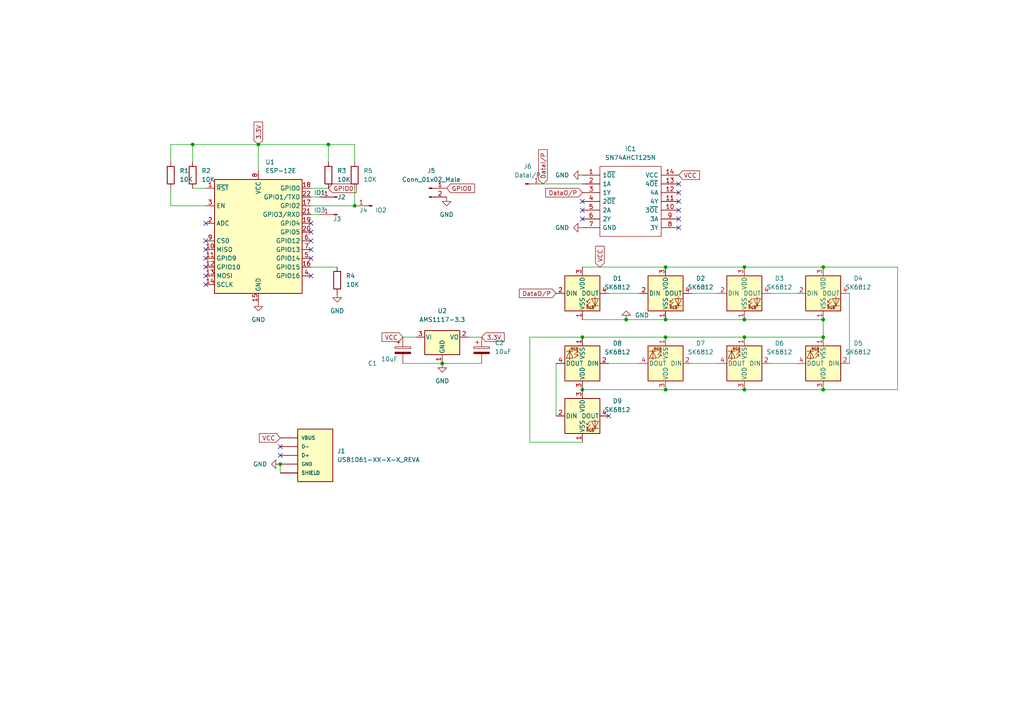
<source format=kicad_sch>
(kicad_sch (version 20211123) (generator eeschema)

  (uuid 6f3204c9-fe32-4ace-ab20-941fde914555)

  (paper "A4")

  (lib_symbols
    (symbol "Connector:Conn_01x01_Male" (pin_names (offset 1.016) hide) (in_bom yes) (on_board yes)
      (property "Reference" "J" (id 0) (at 0 2.54 0)
        (effects (font (size 1.27 1.27)))
      )
      (property "Value" "Conn_01x01_Male" (id 1) (at 0 -2.54 0)
        (effects (font (size 1.27 1.27)))
      )
      (property "Footprint" "" (id 2) (at 0 0 0)
        (effects (font (size 1.27 1.27)) hide)
      )
      (property "Datasheet" "~" (id 3) (at 0 0 0)
        (effects (font (size 1.27 1.27)) hide)
      )
      (property "ki_keywords" "connector" (id 4) (at 0 0 0)
        (effects (font (size 1.27 1.27)) hide)
      )
      (property "ki_description" "Generic connector, single row, 01x01, script generated (kicad-library-utils/schlib/autogen/connector/)" (id 5) (at 0 0 0)
        (effects (font (size 1.27 1.27)) hide)
      )
      (property "ki_fp_filters" "Connector*:*" (id 6) (at 0 0 0)
        (effects (font (size 1.27 1.27)) hide)
      )
      (symbol "Conn_01x01_Male_1_1"
        (polyline
          (pts
            (xy 1.27 0)
            (xy 0.8636 0)
          )
          (stroke (width 0.1524) (type default) (color 0 0 0 0))
          (fill (type none))
        )
        (rectangle (start 0.8636 0.127) (end 0 -0.127)
          (stroke (width 0.1524) (type default) (color 0 0 0 0))
          (fill (type outline))
        )
        (pin passive line (at 5.08 0 180) (length 3.81)
          (name "Pin_1" (effects (font (size 1.27 1.27))))
          (number "1" (effects (font (size 1.27 1.27))))
        )
      )
    )
    (symbol "Connector:Conn_01x02_Male" (pin_names (offset 1.016) hide) (in_bom yes) (on_board yes)
      (property "Reference" "J" (id 0) (at 0 2.54 0)
        (effects (font (size 1.27 1.27)))
      )
      (property "Value" "Conn_01x02_Male" (id 1) (at 0 -5.08 0)
        (effects (font (size 1.27 1.27)))
      )
      (property "Footprint" "" (id 2) (at 0 0 0)
        (effects (font (size 1.27 1.27)) hide)
      )
      (property "Datasheet" "~" (id 3) (at 0 0 0)
        (effects (font (size 1.27 1.27)) hide)
      )
      (property "ki_keywords" "connector" (id 4) (at 0 0 0)
        (effects (font (size 1.27 1.27)) hide)
      )
      (property "ki_description" "Generic connector, single row, 01x02, script generated (kicad-library-utils/schlib/autogen/connector/)" (id 5) (at 0 0 0)
        (effects (font (size 1.27 1.27)) hide)
      )
      (property "ki_fp_filters" "Connector*:*_1x??_*" (id 6) (at 0 0 0)
        (effects (font (size 1.27 1.27)) hide)
      )
      (symbol "Conn_01x02_Male_1_1"
        (polyline
          (pts
            (xy 1.27 -2.54)
            (xy 0.8636 -2.54)
          )
          (stroke (width 0.1524) (type default) (color 0 0 0 0))
          (fill (type none))
        )
        (polyline
          (pts
            (xy 1.27 0)
            (xy 0.8636 0)
          )
          (stroke (width 0.1524) (type default) (color 0 0 0 0))
          (fill (type none))
        )
        (rectangle (start 0.8636 -2.413) (end 0 -2.667)
          (stroke (width 0.1524) (type default) (color 0 0 0 0))
          (fill (type outline))
        )
        (rectangle (start 0.8636 0.127) (end 0 -0.127)
          (stroke (width 0.1524) (type default) (color 0 0 0 0))
          (fill (type outline))
        )
        (pin passive line (at 5.08 0 180) (length 3.81)
          (name "Pin_1" (effects (font (size 1.27 1.27))))
          (number "1" (effects (font (size 1.27 1.27))))
        )
        (pin passive line (at 5.08 -2.54 180) (length 3.81)
          (name "Pin_2" (effects (font (size 1.27 1.27))))
          (number "2" (effects (font (size 1.27 1.27))))
        )
      )
    )
    (symbol "Device:C_Polarized" (pin_numbers hide) (pin_names (offset 0.254)) (in_bom yes) (on_board yes)
      (property "Reference" "C" (id 0) (at 0.635 2.54 0)
        (effects (font (size 1.27 1.27)) (justify left))
      )
      (property "Value" "C_Polarized" (id 1) (at 0.635 -2.54 0)
        (effects (font (size 1.27 1.27)) (justify left))
      )
      (property "Footprint" "" (id 2) (at 0.9652 -3.81 0)
        (effects (font (size 1.27 1.27)) hide)
      )
      (property "Datasheet" "~" (id 3) (at 0 0 0)
        (effects (font (size 1.27 1.27)) hide)
      )
      (property "ki_keywords" "cap capacitor" (id 4) (at 0 0 0)
        (effects (font (size 1.27 1.27)) hide)
      )
      (property "ki_description" "Polarized capacitor" (id 5) (at 0 0 0)
        (effects (font (size 1.27 1.27)) hide)
      )
      (property "ki_fp_filters" "CP_*" (id 6) (at 0 0 0)
        (effects (font (size 1.27 1.27)) hide)
      )
      (symbol "C_Polarized_0_1"
        (rectangle (start -2.286 0.508) (end 2.286 1.016)
          (stroke (width 0) (type default) (color 0 0 0 0))
          (fill (type none))
        )
        (polyline
          (pts
            (xy -1.778 2.286)
            (xy -0.762 2.286)
          )
          (stroke (width 0) (type default) (color 0 0 0 0))
          (fill (type none))
        )
        (polyline
          (pts
            (xy -1.27 2.794)
            (xy -1.27 1.778)
          )
          (stroke (width 0) (type default) (color 0 0 0 0))
          (fill (type none))
        )
        (rectangle (start 2.286 -0.508) (end -2.286 -1.016)
          (stroke (width 0) (type default) (color 0 0 0 0))
          (fill (type outline))
        )
      )
      (symbol "C_Polarized_1_1"
        (pin passive line (at 0 3.81 270) (length 2.794)
          (name "~" (effects (font (size 1.27 1.27))))
          (number "1" (effects (font (size 1.27 1.27))))
        )
        (pin passive line (at 0 -3.81 90) (length 2.794)
          (name "~" (effects (font (size 1.27 1.27))))
          (number "2" (effects (font (size 1.27 1.27))))
        )
      )
    )
    (symbol "Device:R" (pin_numbers hide) (pin_names (offset 0)) (in_bom yes) (on_board yes)
      (property "Reference" "R" (id 0) (at 2.032 0 90)
        (effects (font (size 1.27 1.27)))
      )
      (property "Value" "R" (id 1) (at 0 0 90)
        (effects (font (size 1.27 1.27)))
      )
      (property "Footprint" "" (id 2) (at -1.778 0 90)
        (effects (font (size 1.27 1.27)) hide)
      )
      (property "Datasheet" "~" (id 3) (at 0 0 0)
        (effects (font (size 1.27 1.27)) hide)
      )
      (property "ki_keywords" "R res resistor" (id 4) (at 0 0 0)
        (effects (font (size 1.27 1.27)) hide)
      )
      (property "ki_description" "Resistor" (id 5) (at 0 0 0)
        (effects (font (size 1.27 1.27)) hide)
      )
      (property "ki_fp_filters" "R_*" (id 6) (at 0 0 0)
        (effects (font (size 1.27 1.27)) hide)
      )
      (symbol "R_0_1"
        (rectangle (start -1.016 -2.54) (end 1.016 2.54)
          (stroke (width 0.254) (type default) (color 0 0 0 0))
          (fill (type none))
        )
      )
      (symbol "R_1_1"
        (pin passive line (at 0 3.81 270) (length 1.27)
          (name "~" (effects (font (size 1.27 1.27))))
          (number "1" (effects (font (size 1.27 1.27))))
        )
        (pin passive line (at 0 -3.81 90) (length 1.27)
          (name "~" (effects (font (size 1.27 1.27))))
          (number "2" (effects (font (size 1.27 1.27))))
        )
      )
    )
    (symbol "LED:SK6812" (pin_names (offset 0.254)) (in_bom yes) (on_board yes)
      (property "Reference" "D" (id 0) (at 5.08 5.715 0)
        (effects (font (size 1.27 1.27)) (justify right bottom))
      )
      (property "Value" "SK6812" (id 1) (at 1.27 -5.715 0)
        (effects (font (size 1.27 1.27)) (justify left top))
      )
      (property "Footprint" "LED_SMD:LED_SK6812_PLCC4_5.0x5.0mm_P3.2mm" (id 2) (at 1.27 -7.62 0)
        (effects (font (size 1.27 1.27)) (justify left top) hide)
      )
      (property "Datasheet" "https://cdn-shop.adafruit.com/product-files/1138/SK6812+LED+datasheet+.pdf" (id 3) (at 2.54 -9.525 0)
        (effects (font (size 1.27 1.27)) (justify left top) hide)
      )
      (property "ki_keywords" "RGB LED NeoPixel addressable" (id 4) (at 0 0 0)
        (effects (font (size 1.27 1.27)) hide)
      )
      (property "ki_description" "RGB LED with integrated controller" (id 5) (at 0 0 0)
        (effects (font (size 1.27 1.27)) hide)
      )
      (property "ki_fp_filters" "LED*SK6812*PLCC*5.0x5.0mm*P3.2mm*" (id 6) (at 0 0 0)
        (effects (font (size 1.27 1.27)) hide)
      )
      (symbol "SK6812_0_0"
        (text "RGB" (at 2.286 -4.191 0)
          (effects (font (size 0.762 0.762)))
        )
      )
      (symbol "SK6812_0_1"
        (polyline
          (pts
            (xy 1.27 -3.556)
            (xy 1.778 -3.556)
          )
          (stroke (width 0) (type default) (color 0 0 0 0))
          (fill (type none))
        )
        (polyline
          (pts
            (xy 1.27 -2.54)
            (xy 1.778 -2.54)
          )
          (stroke (width 0) (type default) (color 0 0 0 0))
          (fill (type none))
        )
        (polyline
          (pts
            (xy 4.699 -3.556)
            (xy 2.667 -3.556)
          )
          (stroke (width 0) (type default) (color 0 0 0 0))
          (fill (type none))
        )
        (polyline
          (pts
            (xy 2.286 -2.54)
            (xy 1.27 -3.556)
            (xy 1.27 -3.048)
          )
          (stroke (width 0) (type default) (color 0 0 0 0))
          (fill (type none))
        )
        (polyline
          (pts
            (xy 2.286 -1.524)
            (xy 1.27 -2.54)
            (xy 1.27 -2.032)
          )
          (stroke (width 0) (type default) (color 0 0 0 0))
          (fill (type none))
        )
        (polyline
          (pts
            (xy 3.683 -1.016)
            (xy 3.683 -3.556)
            (xy 3.683 -4.064)
          )
          (stroke (width 0) (type default) (color 0 0 0 0))
          (fill (type none))
        )
        (polyline
          (pts
            (xy 4.699 -1.524)
            (xy 2.667 -1.524)
            (xy 3.683 -3.556)
            (xy 4.699 -1.524)
          )
          (stroke (width 0) (type default) (color 0 0 0 0))
          (fill (type none))
        )
        (rectangle (start 5.08 5.08) (end -5.08 -5.08)
          (stroke (width 0.254) (type default) (color 0 0 0 0))
          (fill (type background))
        )
      )
      (symbol "SK6812_1_1"
        (pin power_in line (at 0 -7.62 90) (length 2.54)
          (name "VSS" (effects (font (size 1.27 1.27))))
          (number "1" (effects (font (size 1.27 1.27))))
        )
        (pin input line (at -7.62 0 0) (length 2.54)
          (name "DIN" (effects (font (size 1.27 1.27))))
          (number "2" (effects (font (size 1.27 1.27))))
        )
        (pin power_in line (at 0 7.62 270) (length 2.54)
          (name "VDD" (effects (font (size 1.27 1.27))))
          (number "3" (effects (font (size 1.27 1.27))))
        )
        (pin output line (at 7.62 0 180) (length 2.54)
          (name "DOUT" (effects (font (size 1.27 1.27))))
          (number "4" (effects (font (size 1.27 1.27))))
        )
      )
    )
    (symbol "RF_Module:ESP-12E" (in_bom yes) (on_board yes)
      (property "Reference" "U" (id 0) (at -12.7 19.05 0)
        (effects (font (size 1.27 1.27)) (justify left))
      )
      (property "Value" "ESP-12E" (id 1) (at 12.7 19.05 0)
        (effects (font (size 1.27 1.27)) (justify right))
      )
      (property "Footprint" "RF_Module:ESP-12E" (id 2) (at 0 0 0)
        (effects (font (size 1.27 1.27)) hide)
      )
      (property "Datasheet" "http://wiki.ai-thinker.com/_media/esp8266/esp8266_series_modules_user_manual_v1.1.pdf" (id 3) (at -8.89 2.54 0)
        (effects (font (size 1.27 1.27)) hide)
      )
      (property "ki_keywords" "802.11 Wi-Fi" (id 4) (at 0 0 0)
        (effects (font (size 1.27 1.27)) hide)
      )
      (property "ki_description" "802.11 b/g/n Wi-Fi Module" (id 5) (at 0 0 0)
        (effects (font (size 1.27 1.27)) hide)
      )
      (property "ki_fp_filters" "ESP?12*" (id 6) (at 0 0 0)
        (effects (font (size 1.27 1.27)) hide)
      )
      (symbol "ESP-12E_0_1"
        (rectangle (start -12.7 17.78) (end 12.7 -15.24)
          (stroke (width 0.254) (type default) (color 0 0 0 0))
          (fill (type background))
        )
      )
      (symbol "ESP-12E_1_1"
        (pin input line (at -15.24 15.24 0) (length 2.54)
          (name "~{RST}" (effects (font (size 1.27 1.27))))
          (number "1" (effects (font (size 1.27 1.27))))
        )
        (pin bidirectional line (at -15.24 -2.54 0) (length 2.54)
          (name "MISO" (effects (font (size 1.27 1.27))))
          (number "10" (effects (font (size 1.27 1.27))))
        )
        (pin bidirectional line (at -15.24 -5.08 0) (length 2.54)
          (name "GPIO9" (effects (font (size 1.27 1.27))))
          (number "11" (effects (font (size 1.27 1.27))))
        )
        (pin bidirectional line (at -15.24 -7.62 0) (length 2.54)
          (name "GPIO10" (effects (font (size 1.27 1.27))))
          (number "12" (effects (font (size 1.27 1.27))))
        )
        (pin bidirectional line (at -15.24 -10.16 0) (length 2.54)
          (name "MOSI" (effects (font (size 1.27 1.27))))
          (number "13" (effects (font (size 1.27 1.27))))
        )
        (pin bidirectional line (at -15.24 -12.7 0) (length 2.54)
          (name "SCLK" (effects (font (size 1.27 1.27))))
          (number "14" (effects (font (size 1.27 1.27))))
        )
        (pin power_in line (at 0 -17.78 90) (length 2.54)
          (name "GND" (effects (font (size 1.27 1.27))))
          (number "15" (effects (font (size 1.27 1.27))))
        )
        (pin bidirectional line (at 15.24 -7.62 180) (length 2.54)
          (name "GPIO15" (effects (font (size 1.27 1.27))))
          (number "16" (effects (font (size 1.27 1.27))))
        )
        (pin bidirectional line (at 15.24 10.16 180) (length 2.54)
          (name "GPIO2" (effects (font (size 1.27 1.27))))
          (number "17" (effects (font (size 1.27 1.27))))
        )
        (pin bidirectional line (at 15.24 15.24 180) (length 2.54)
          (name "GPIO0" (effects (font (size 1.27 1.27))))
          (number "18" (effects (font (size 1.27 1.27))))
        )
        (pin bidirectional line (at 15.24 5.08 180) (length 2.54)
          (name "GPIO4" (effects (font (size 1.27 1.27))))
          (number "19" (effects (font (size 1.27 1.27))))
        )
        (pin input line (at -15.24 5.08 0) (length 2.54)
          (name "ADC" (effects (font (size 1.27 1.27))))
          (number "2" (effects (font (size 1.27 1.27))))
        )
        (pin bidirectional line (at 15.24 2.54 180) (length 2.54)
          (name "GPIO5" (effects (font (size 1.27 1.27))))
          (number "20" (effects (font (size 1.27 1.27))))
        )
        (pin bidirectional line (at 15.24 7.62 180) (length 2.54)
          (name "GPIO3/RXD" (effects (font (size 1.27 1.27))))
          (number "21" (effects (font (size 1.27 1.27))))
        )
        (pin bidirectional line (at 15.24 12.7 180) (length 2.54)
          (name "GPIO1/TXD" (effects (font (size 1.27 1.27))))
          (number "22" (effects (font (size 1.27 1.27))))
        )
        (pin input line (at -15.24 10.16 0) (length 2.54)
          (name "EN" (effects (font (size 1.27 1.27))))
          (number "3" (effects (font (size 1.27 1.27))))
        )
        (pin bidirectional line (at 15.24 -10.16 180) (length 2.54)
          (name "GPIO16" (effects (font (size 1.27 1.27))))
          (number "4" (effects (font (size 1.27 1.27))))
        )
        (pin bidirectional line (at 15.24 -5.08 180) (length 2.54)
          (name "GPIO14" (effects (font (size 1.27 1.27))))
          (number "5" (effects (font (size 1.27 1.27))))
        )
        (pin bidirectional line (at 15.24 0 180) (length 2.54)
          (name "GPIO12" (effects (font (size 1.27 1.27))))
          (number "6" (effects (font (size 1.27 1.27))))
        )
        (pin bidirectional line (at 15.24 -2.54 180) (length 2.54)
          (name "GPIO13" (effects (font (size 1.27 1.27))))
          (number "7" (effects (font (size 1.27 1.27))))
        )
        (pin power_in line (at 0 20.32 270) (length 2.54)
          (name "VCC" (effects (font (size 1.27 1.27))))
          (number "8" (effects (font (size 1.27 1.27))))
        )
        (pin input line (at -15.24 0 0) (length 2.54)
          (name "CS0" (effects (font (size 1.27 1.27))))
          (number "9" (effects (font (size 1.27 1.27))))
        )
      )
    )
    (symbol "Regulator_Linear:AMS1117-3.3" (pin_names (offset 0.254)) (in_bom yes) (on_board yes)
      (property "Reference" "U" (id 0) (at -3.81 3.175 0)
        (effects (font (size 1.27 1.27)))
      )
      (property "Value" "AMS1117-3.3" (id 1) (at 0 3.175 0)
        (effects (font (size 1.27 1.27)) (justify left))
      )
      (property "Footprint" "Package_TO_SOT_SMD:SOT-223-3_TabPin2" (id 2) (at 0 5.08 0)
        (effects (font (size 1.27 1.27)) hide)
      )
      (property "Datasheet" "http://www.advanced-monolithic.com/pdf/ds1117.pdf" (id 3) (at 2.54 -6.35 0)
        (effects (font (size 1.27 1.27)) hide)
      )
      (property "ki_keywords" "linear regulator ldo fixed positive" (id 4) (at 0 0 0)
        (effects (font (size 1.27 1.27)) hide)
      )
      (property "ki_description" "1A Low Dropout regulator, positive, 3.3V fixed output, SOT-223" (id 5) (at 0 0 0)
        (effects (font (size 1.27 1.27)) hide)
      )
      (property "ki_fp_filters" "SOT?223*TabPin2*" (id 6) (at 0 0 0)
        (effects (font (size 1.27 1.27)) hide)
      )
      (symbol "AMS1117-3.3_0_1"
        (rectangle (start -5.08 -5.08) (end 5.08 1.905)
          (stroke (width 0.254) (type default) (color 0 0 0 0))
          (fill (type background))
        )
      )
      (symbol "AMS1117-3.3_1_1"
        (pin power_in line (at 0 -7.62 90) (length 2.54)
          (name "GND" (effects (font (size 1.27 1.27))))
          (number "1" (effects (font (size 1.27 1.27))))
        )
        (pin power_out line (at 7.62 0 180) (length 2.54)
          (name "VO" (effects (font (size 1.27 1.27))))
          (number "2" (effects (font (size 1.27 1.27))))
        )
        (pin power_in line (at -7.62 0 0) (length 2.54)
          (name "VI" (effects (font (size 1.27 1.27))))
          (number "3" (effects (font (size 1.27 1.27))))
        )
      )
    )
    (symbol "SN74AHCT125N:SN74AHCT125N" (pin_names (offset 0.762)) (in_bom yes) (on_board yes)
      (property "Reference" "IC" (id 0) (at 24.13 7.62 0)
        (effects (font (size 1.27 1.27)) (justify left))
      )
      (property "Value" "SN74AHCT125N" (id 1) (at 24.13 5.08 0)
        (effects (font (size 1.27 1.27)) (justify left))
      )
      (property "Footprint" "DIP794W53P254L1930H508Q14N" (id 2) (at 24.13 2.54 0)
        (effects (font (size 1.27 1.27)) (justify left) hide)
      )
      (property "Datasheet" "http://www.ti.com/lit/gpn/sn74ahct125" (id 3) (at 24.13 0 0)
        (effects (font (size 1.27 1.27)) (justify left) hide)
      )
      (property "Description" "Quadruple Bus Buffer Gates With 3-State Outputs" (id 4) (at 24.13 -2.54 0)
        (effects (font (size 1.27 1.27)) (justify left) hide)
      )
      (property "Height" "5.08" (id 5) (at 24.13 -5.08 0)
        (effects (font (size 1.27 1.27)) (justify left) hide)
      )
      (property "Manufacturer_Name" "Texas Instruments" (id 6) (at 24.13 -7.62 0)
        (effects (font (size 1.27 1.27)) (justify left) hide)
      )
      (property "Manufacturer_Part_Number" "SN74AHCT125N" (id 7) (at 24.13 -10.16 0)
        (effects (font (size 1.27 1.27)) (justify left) hide)
      )
      (property "Mouser Part Number" "595-SN74AHCT125N" (id 8) (at 24.13 -12.7 0)
        (effects (font (size 1.27 1.27)) (justify left) hide)
      )
      (property "Mouser Price/Stock" "https://www.mouser.co.uk/ProductDetail/Texas-Instruments/SN74AHCT125N?qs=1wQRf3HkBjyxwrHMwAiMfw%3D%3D" (id 9) (at 24.13 -15.24 0)
        (effects (font (size 1.27 1.27)) (justify left) hide)
      )
      (property "Arrow Part Number" "SN74AHCT125N" (id 10) (at 24.13 -17.78 0)
        (effects (font (size 1.27 1.27)) (justify left) hide)
      )
      (property "Arrow Price/Stock" "https://www.arrow.com/en/products/sn74ahct125n/texas-instruments?region=nac" (id 11) (at 24.13 -20.32 0)
        (effects (font (size 1.27 1.27)) (justify left) hide)
      )
      (symbol "SN74AHCT125N_0_0"
        (pin passive line (at 0 0 0) (length 5.08)
          (name "1~{OE}" (effects (font (size 1.27 1.27))))
          (number "1" (effects (font (size 1.27 1.27))))
        )
        (pin passive line (at 27.94 -10.16 180) (length 5.08)
          (name "3~{OE}" (effects (font (size 1.27 1.27))))
          (number "10" (effects (font (size 1.27 1.27))))
        )
        (pin passive line (at 27.94 -7.62 180) (length 5.08)
          (name "4Y" (effects (font (size 1.27 1.27))))
          (number "11" (effects (font (size 1.27 1.27))))
        )
        (pin passive line (at 27.94 -5.08 180) (length 5.08)
          (name "4A" (effects (font (size 1.27 1.27))))
          (number "12" (effects (font (size 1.27 1.27))))
        )
        (pin passive line (at 27.94 -2.54 180) (length 5.08)
          (name "4~{OE}" (effects (font (size 1.27 1.27))))
          (number "13" (effects (font (size 1.27 1.27))))
        )
        (pin passive line (at 27.94 0 180) (length 5.08)
          (name "VCC" (effects (font (size 1.27 1.27))))
          (number "14" (effects (font (size 1.27 1.27))))
        )
        (pin passive line (at 0 -2.54 0) (length 5.08)
          (name "1A" (effects (font (size 1.27 1.27))))
          (number "2" (effects (font (size 1.27 1.27))))
        )
        (pin passive line (at 0 -5.08 0) (length 5.08)
          (name "1Y" (effects (font (size 1.27 1.27))))
          (number "3" (effects (font (size 1.27 1.27))))
        )
        (pin passive line (at 0 -7.62 0) (length 5.08)
          (name "2~{OE}" (effects (font (size 1.27 1.27))))
          (number "4" (effects (font (size 1.27 1.27))))
        )
        (pin passive line (at 0 -10.16 0) (length 5.08)
          (name "2A" (effects (font (size 1.27 1.27))))
          (number "5" (effects (font (size 1.27 1.27))))
        )
        (pin passive line (at 0 -12.7 0) (length 5.08)
          (name "2Y" (effects (font (size 1.27 1.27))))
          (number "6" (effects (font (size 1.27 1.27))))
        )
        (pin passive line (at 0 -15.24 0) (length 5.08)
          (name "GND" (effects (font (size 1.27 1.27))))
          (number "7" (effects (font (size 1.27 1.27))))
        )
        (pin passive line (at 27.94 -15.24 180) (length 5.08)
          (name "3Y" (effects (font (size 1.27 1.27))))
          (number "8" (effects (font (size 1.27 1.27))))
        )
        (pin passive line (at 27.94 -12.7 180) (length 5.08)
          (name "3A" (effects (font (size 1.27 1.27))))
          (number "9" (effects (font (size 1.27 1.27))))
        )
      )
      (symbol "SN74AHCT125N_0_1"
        (polyline
          (pts
            (xy 5.08 2.54)
            (xy 22.86 2.54)
            (xy 22.86 -17.78)
            (xy 5.08 -17.78)
            (xy 5.08 2.54)
          )
          (stroke (width 0.1524) (type default) (color 0 0 0 0))
          (fill (type none))
        )
      )
    )
    (symbol "USB1061-XX-X-X_REVA:USB1061-XX-X-X_REVA" (pin_numbers hide) (pin_names (offset 1.016)) (in_bom yes) (on_board yes)
      (property "Reference" "J" (id 0) (at -5.08 8.1534 0)
        (effects (font (size 1.27 1.27)) (justify left bottom))
      )
      (property "Value" "USB1061-XX-X-X_REVA" (id 1) (at -5.08 -10.16 0)
        (effects (font (size 1.27 1.27)) (justify left bottom))
      )
      (property "Footprint" "GCT_USB1061-XX-X-X_REVA" (id 2) (at 0 0 0)
        (effects (font (size 1.27 1.27)) (justify left bottom) hide)
      )
      (property "Datasheet" "" (id 3) (at 0 0 0)
        (effects (font (size 1.27 1.27)) (justify left bottom) hide)
      )
      (property "MANUFACTURER" "GCT" (id 4) (at 0 0 0)
        (effects (font (size 1.27 1.27)) (justify left bottom) hide)
      )
      (property "ki_locked" "" (id 5) (at 0 0 0)
        (effects (font (size 1.27 1.27)))
      )
      (symbol "USB1061-XX-X-X_REVA_0_0"
        (rectangle (start -5.08 -7.62) (end 5.08 7.62)
          (stroke (width 0.254) (type default) (color 0 0 0 0))
          (fill (type background))
        )
        (pin power_in line (at -10.16 5.08 0) (length 5.08)
          (name "VBUS" (effects (font (size 1.016 1.016))))
          (number "1" (effects (font (size 1.016 1.016))))
        )
        (pin bidirectional line (at -10.16 2.54 0) (length 5.08)
          (name "D-" (effects (font (size 1.016 1.016))))
          (number "2" (effects (font (size 1.016 1.016))))
        )
        (pin bidirectional line (at -10.16 0 0) (length 5.08)
          (name "D+" (effects (font (size 1.016 1.016))))
          (number "3" (effects (font (size 1.016 1.016))))
        )
        (pin power_in line (at -10.16 -2.54 0) (length 5.08)
          (name "GND" (effects (font (size 1.016 1.016))))
          (number "4" (effects (font (size 1.016 1.016))))
        )
        (pin power_in line (at -10.16 -5.08 0) (length 5.08)
          (name "SHIELD" (effects (font (size 1.016 1.016))))
          (number "5" (effects (font (size 1.016 1.016))))
        )
        (pin power_in line (at -10.16 -5.08 0) (length 5.08)
          (name "SHIELD" (effects (font (size 1.016 1.016))))
          (number "6" (effects (font (size 1.016 1.016))))
        )
      )
    )
    (symbol "power:GND" (power) (pin_names (offset 0)) (in_bom yes) (on_board yes)
      (property "Reference" "#PWR" (id 0) (at 0 -6.35 0)
        (effects (font (size 1.27 1.27)) hide)
      )
      (property "Value" "GND" (id 1) (at 0 -3.81 0)
        (effects (font (size 1.27 1.27)))
      )
      (property "Footprint" "" (id 2) (at 0 0 0)
        (effects (font (size 1.27 1.27)) hide)
      )
      (property "Datasheet" "" (id 3) (at 0 0 0)
        (effects (font (size 1.27 1.27)) hide)
      )
      (property "ki_keywords" "power-flag" (id 4) (at 0 0 0)
        (effects (font (size 1.27 1.27)) hide)
      )
      (property "ki_description" "Power symbol creates a global label with name \"GND\" , ground" (id 5) (at 0 0 0)
        (effects (font (size 1.27 1.27)) hide)
      )
      (symbol "GND_0_1"
        (polyline
          (pts
            (xy 0 0)
            (xy 0 -1.27)
            (xy 1.27 -1.27)
            (xy 0 -2.54)
            (xy -1.27 -1.27)
            (xy 0 -1.27)
          )
          (stroke (width 0) (type default) (color 0 0 0 0))
          (fill (type none))
        )
      )
      (symbol "GND_1_1"
        (pin power_in line (at 0 0 270) (length 0) hide
          (name "GND" (effects (font (size 1.27 1.27))))
          (number "1" (effects (font (size 1.27 1.27))))
        )
      )
    )
  )

  (junction (at 238.76 97.79) (diameter 0) (color 0 0 0 0)
    (uuid 24a3ed1b-9e88-4d0a-9967-847e2fca2af7)
  )
  (junction (at 74.93 41.91) (diameter 0) (color 0 0 0 0)
    (uuid 31bf3a9e-bdcd-4bcc-b873-0ad41a5a30d5)
  )
  (junction (at 215.9 113.03) (diameter 0) (color 0 0 0 0)
    (uuid 3c1e2c71-92ba-475c-86a2-69b69a3ba27c)
  )
  (junction (at 55.88 41.91) (diameter 0) (color 0 0 0 0)
    (uuid 3d4dab99-b3b5-403d-a4ff-73bba1c70444)
  )
  (junction (at 95.25 41.91) (diameter 0) (color 0 0 0 0)
    (uuid 448082e8-3d83-4d0b-af7e-da36df5c3833)
  )
  (junction (at 238.76 77.47) (diameter 0) (color 0 0 0 0)
    (uuid 4ec29bf1-cc17-4b2e-a82c-bd5686e81af2)
  )
  (junction (at 193.04 92.71) (diameter 0) (color 0 0 0 0)
    (uuid 5b0d1e64-883e-46d6-9ab3-e250895f678a)
  )
  (junction (at 128.27 105.41) (diameter 0) (color 0 0 0 0)
    (uuid 764f4c36-94cf-4d10-92de-51555805589c)
  )
  (junction (at 215.9 97.79) (diameter 0) (color 0 0 0 0)
    (uuid 8fe6d745-b0e1-4649-bb11-9cb949d2819e)
  )
  (junction (at 181.61 92.71) (diameter 0) (color 0 0 0 0)
    (uuid 8ff347c7-4706-4d03-a969-677e00903dcf)
  )
  (junction (at 215.9 92.71) (diameter 0) (color 0 0 0 0)
    (uuid 9a32ecbd-c083-4d63-ae7d-253b763fca77)
  )
  (junction (at 102.87 59.69) (diameter 0) (color 0 0 0 0)
    (uuid c84dc2ff-dfa0-468c-bf1e-d05b8816a8d5)
  )
  (junction (at 193.04 113.03) (diameter 0) (color 0 0 0 0)
    (uuid e3b20e83-2bb9-4aa7-ad0e-9ee5ac54166c)
  )
  (junction (at 215.9 77.47) (diameter 0) (color 0 0 0 0)
    (uuid e3fdf99c-504d-4a68-8959-e0bbbfe77399)
  )
  (junction (at 193.04 77.47) (diameter 0) (color 0 0 0 0)
    (uuid e7a87cdc-e0db-4c48-8c25-84e3a86d3d75)
  )
  (junction (at 238.76 113.03) (diameter 0) (color 0 0 0 0)
    (uuid ee55094a-e6b6-45fd-82e0-a99e4f631176)
  )
  (junction (at 168.91 97.79) (diameter 0) (color 0 0 0 0)
    (uuid ee954f4e-6c4c-44f8-afc1-09dd9175911d)
  )
  (junction (at 168.91 113.03) (diameter 0) (color 0 0 0 0)
    (uuid f6ea44a3-94ea-4ae7-aec7-bce1a7a7cdd9)
  )
  (junction (at 81.28 134.62) (diameter 0) (color 0 0 0 0)
    (uuid fa8653a1-f217-402b-ac0d-96286e6f60fc)
  )
  (junction (at 193.04 97.79) (diameter 0) (color 0 0 0 0)
    (uuid fb234258-b103-462e-9152-6fe269a2fc86)
  )
  (junction (at 238.76 92.71) (diameter 0) (color 0 0 0 0)
    (uuid fe1c2f54-4961-45ab-bdd4-806e0cba9f22)
  )

  (no_connect (at 59.69 82.55) (uuid 07f6c0fd-86da-40d6-9897-ba8f1a79c2c8))
  (no_connect (at 168.91 60.96) (uuid 0a319205-5463-4b84-b912-920c64d49f01))
  (no_connect (at 90.17 74.93) (uuid 13f0b9dc-6df1-44ce-a10b-11f524fea3fd))
  (no_connect (at 176.53 120.65) (uuid 24a5f346-0035-4720-8610-25ae8ce44920))
  (no_connect (at 196.85 58.42) (uuid 2893cc8f-ed2a-4cbb-a031-7e6b73a90c5d))
  (no_connect (at 168.91 63.5) (uuid 423701cd-842f-4924-bc09-4d9224179aad))
  (no_connect (at 90.17 67.31) (uuid 45316e34-da7a-4831-8c79-65078bd977ff))
  (no_connect (at 59.69 77.47) (uuid 58684488-9e3a-48f9-ad57-13b113a5a027))
  (no_connect (at 196.85 60.96) (uuid 634f9aff-2dd8-4f73-be37-b980fbd64710))
  (no_connect (at 59.69 69.85) (uuid 6b31933a-1405-4990-aef6-498116e9bab1))
  (no_connect (at 90.17 69.85) (uuid 75599ca4-1bd9-4fa2-af95-93985089b399))
  (no_connect (at 196.85 66.04) (uuid 7948a6ce-a195-436c-98fd-9050a0c0dbaa))
  (no_connect (at 196.85 53.34) (uuid 822e5848-ed79-4d25-a202-ef72f5ae3a5a))
  (no_connect (at 59.69 64.77) (uuid 84d4864a-69f1-4c98-9f34-227ffd21864b))
  (no_connect (at 59.69 80.01) (uuid 8e0a73d2-f18d-4f95-a912-6e2ac93144bc))
  (no_connect (at 196.85 63.5) (uuid 98f1aa13-df42-4404-ba03-777338366905))
  (no_connect (at 90.17 72.39) (uuid a12211f1-def7-4647-ba4f-dae50ecbb389))
  (no_connect (at 81.28 129.54) (uuid c32a08a1-69b2-4596-bf1a-ecaa4d956bcb))
  (no_connect (at 81.28 132.08) (uuid c32a08a1-69b2-4596-bf1a-ecaa4d956bcc))
  (no_connect (at 196.85 55.88) (uuid d74c796a-da40-4276-8a5a-21ab794794a0))
  (no_connect (at 90.17 64.77) (uuid da266053-79e1-4962-a1ae-55c9767415ea))
  (no_connect (at 59.69 72.39) (uuid dad88d85-2bcd-49d1-a419-17d1cc6d1b67))
  (no_connect (at 59.69 74.93) (uuid ecd529ec-fafd-4606-8054-e406dc3b0436))
  (no_connect (at 90.17 80.01) (uuid f55292c3-a2ff-4fc7-8b57-55d988e8eb0a))
  (no_connect (at 168.91 58.42) (uuid f7abfcf5-b44c-44da-bc77-718418729382))

  (wire (pts (xy 260.35 113.03) (xy 260.35 77.47))
    (stroke (width 0) (type default) (color 0 0 0 0))
    (uuid 00f9af05-bdf8-4b49-8c44-b472a9e362ef)
  )
  (wire (pts (xy 49.53 54.61) (xy 49.53 59.69))
    (stroke (width 0) (type default) (color 0 0 0 0))
    (uuid 0597c4ad-3adc-43a3-81a0-30bf25ca0290)
  )
  (wire (pts (xy 168.91 77.47) (xy 193.04 77.47))
    (stroke (width 0) (type default) (color 0 0 0 0))
    (uuid 07dc0e9b-54b9-4a2d-9981-00b4df550805)
  )
  (wire (pts (xy 157.48 53.34) (xy 168.91 53.34))
    (stroke (width 0) (type default) (color 0 0 0 0))
    (uuid 1605e76e-c12b-4d0b-8498-3468cb23c5c7)
  )
  (wire (pts (xy 74.93 49.53) (xy 74.93 41.91))
    (stroke (width 0) (type default) (color 0 0 0 0))
    (uuid 18581b7e-8837-4b22-b879-ea742f5586d5)
  )
  (wire (pts (xy 95.25 41.91) (xy 102.87 41.91))
    (stroke (width 0) (type default) (color 0 0 0 0))
    (uuid 1dd7b524-6b50-44b4-b65d-f26333e1c23e)
  )
  (wire (pts (xy 215.9 77.47) (xy 238.76 77.47))
    (stroke (width 0) (type default) (color 0 0 0 0))
    (uuid 1ea79419-3c7d-4548-8d37-14d27174ddf1)
  )
  (wire (pts (xy 176.53 85.09) (xy 185.42 85.09))
    (stroke (width 0) (type default) (color 0 0 0 0))
    (uuid 25ad661e-d052-4071-9de5-73fffe65aac6)
  )
  (wire (pts (xy 260.35 77.47) (xy 238.76 77.47))
    (stroke (width 0) (type default) (color 0 0 0 0))
    (uuid 2c27ced3-591f-4371-bdf8-155bad860f52)
  )
  (wire (pts (xy 90.17 62.23) (xy 92.71 62.23))
    (stroke (width 0) (type default) (color 0 0 0 0))
    (uuid 2cb44e59-170f-4e61-9e74-0990f1821a24)
  )
  (wire (pts (xy 90.17 57.15) (xy 92.71 57.15))
    (stroke (width 0) (type default) (color 0 0 0 0))
    (uuid 2d832e7d-5e6e-47fe-8340-0fcf19a633b1)
  )
  (wire (pts (xy 200.66 105.41) (xy 208.28 105.41))
    (stroke (width 0) (type default) (color 0 0 0 0))
    (uuid 2f88ae81-3d90-4979-b4da-469897152387)
  )
  (wire (pts (xy 161.29 105.41) (xy 161.29 120.65))
    (stroke (width 0) (type default) (color 0 0 0 0))
    (uuid 39bfe3c2-7ea4-4002-bd5b-2057265a50d4)
  )
  (wire (pts (xy 102.87 41.91) (xy 102.87 46.99))
    (stroke (width 0) (type default) (color 0 0 0 0))
    (uuid 3c687a4c-d6a0-4aee-b687-f0c45714b8b2)
  )
  (wire (pts (xy 176.53 105.41) (xy 185.42 105.41))
    (stroke (width 0) (type default) (color 0 0 0 0))
    (uuid 3de7dd99-4fe5-4362-8cc4-45bce9c5da34)
  )
  (wire (pts (xy 215.9 97.79) (xy 238.76 97.79))
    (stroke (width 0) (type default) (color 0 0 0 0))
    (uuid 4591b549-24e7-4b7d-8ff1-b3657630b970)
  )
  (wire (pts (xy 95.25 41.91) (xy 95.25 46.99))
    (stroke (width 0) (type default) (color 0 0 0 0))
    (uuid 4a5fbe6a-9ad9-4b04-b26d-15372960d63e)
  )
  (wire (pts (xy 168.91 113.03) (xy 193.04 113.03))
    (stroke (width 0) (type default) (color 0 0 0 0))
    (uuid 4befed03-2c0b-42c0-ba5f-873e1e87692a)
  )
  (wire (pts (xy 55.88 41.91) (xy 55.88 46.99))
    (stroke (width 0) (type default) (color 0 0 0 0))
    (uuid 4c3b838f-564a-4cbb-b2a5-2b999df89553)
  )
  (wire (pts (xy 49.53 59.69) (xy 59.69 59.69))
    (stroke (width 0) (type default) (color 0 0 0 0))
    (uuid 4de2110a-a0cc-462a-acc5-26792c5b2faf)
  )
  (wire (pts (xy 49.53 41.91) (xy 49.53 46.99))
    (stroke (width 0) (type default) (color 0 0 0 0))
    (uuid 50c2aaf2-6881-491f-a6aa-70c9a5f31d43)
  )
  (wire (pts (xy 223.52 105.41) (xy 231.14 105.41))
    (stroke (width 0) (type default) (color 0 0 0 0))
    (uuid 55471662-e4f8-4f01-8203-db8aa1435fea)
  )
  (wire (pts (xy 238.76 92.71) (xy 238.76 97.79))
    (stroke (width 0) (type default) (color 0 0 0 0))
    (uuid 5607d5fa-3137-4309-8634-f3c180f58353)
  )
  (wire (pts (xy 223.52 85.09) (xy 231.14 85.09))
    (stroke (width 0) (type default) (color 0 0 0 0))
    (uuid 6416d40b-e50c-4f05-846c-7ff4a6c4dfb5)
  )
  (wire (pts (xy 102.87 59.69) (xy 102.87 54.61))
    (stroke (width 0) (type default) (color 0 0 0 0))
    (uuid 6d1ef725-ff01-4b85-8151-12e5382b3780)
  )
  (wire (pts (xy 168.91 97.79) (xy 153.67 97.79))
    (stroke (width 0) (type default) (color 0 0 0 0))
    (uuid 6de2696a-eae7-4b95-8827-c62a78de4a23)
  )
  (wire (pts (xy 128.27 105.41) (xy 139.7 105.41))
    (stroke (width 0) (type default) (color 0 0 0 0))
    (uuid 6feba955-9d6f-470f-af9f-16040c458ae1)
  )
  (wire (pts (xy 55.88 41.91) (xy 49.53 41.91))
    (stroke (width 0) (type default) (color 0 0 0 0))
    (uuid 744b52f0-403a-474a-b1e4-7d79e202a3b6)
  )
  (wire (pts (xy 193.04 113.03) (xy 215.9 113.03))
    (stroke (width 0) (type default) (color 0 0 0 0))
    (uuid 81a736a8-0b68-4d75-956a-4c11aafe01c5)
  )
  (wire (pts (xy 168.91 92.71) (xy 181.61 92.71))
    (stroke (width 0) (type default) (color 0 0 0 0))
    (uuid 8c3e656d-ffc8-4b07-a966-5618a6c6cf05)
  )
  (wire (pts (xy 116.84 105.41) (xy 128.27 105.41))
    (stroke (width 0) (type default) (color 0 0 0 0))
    (uuid 96d34e69-07bd-47c5-9717-4fa2738c8365)
  )
  (wire (pts (xy 193.04 92.71) (xy 215.9 92.71))
    (stroke (width 0) (type default) (color 0 0 0 0))
    (uuid a0e454ee-df1a-420c-99b3-4d46d8c87a2c)
  )
  (wire (pts (xy 246.38 85.09) (xy 246.38 105.41))
    (stroke (width 0) (type default) (color 0 0 0 0))
    (uuid af743004-a271-45a5-bee5-845abf3c48b5)
  )
  (wire (pts (xy 74.93 41.91) (xy 55.88 41.91))
    (stroke (width 0) (type default) (color 0 0 0 0))
    (uuid b53813bd-a545-41d1-8aef-e2e276ddbdda)
  )
  (wire (pts (xy 90.17 77.47) (xy 97.79 77.47))
    (stroke (width 0) (type default) (color 0 0 0 0))
    (uuid b972caad-ab0b-4fef-b6b2-335ca2dade25)
  )
  (wire (pts (xy 135.89 97.79) (xy 139.7 97.79))
    (stroke (width 0) (type default) (color 0 0 0 0))
    (uuid b9d9b71b-636e-4a92-b130-f19ec93521af)
  )
  (wire (pts (xy 181.61 92.71) (xy 193.04 92.71))
    (stroke (width 0) (type default) (color 0 0 0 0))
    (uuid be5c6493-2922-489f-9675-0ad28722721a)
  )
  (wire (pts (xy 200.66 85.09) (xy 208.28 85.09))
    (stroke (width 0) (type default) (color 0 0 0 0))
    (uuid c349b7eb-1ae0-4764-b595-a23195db59e8)
  )
  (wire (pts (xy 168.91 97.79) (xy 193.04 97.79))
    (stroke (width 0) (type default) (color 0 0 0 0))
    (uuid ce479725-3b36-4a67-85c2-4eaa33bbcae5)
  )
  (wire (pts (xy 90.17 59.69) (xy 102.87 59.69))
    (stroke (width 0) (type default) (color 0 0 0 0))
    (uuid d72c0a05-8dfe-4957-ae0a-9327b9193be7)
  )
  (wire (pts (xy 74.93 41.91) (xy 95.25 41.91))
    (stroke (width 0) (type default) (color 0 0 0 0))
    (uuid dbbc307e-5d7e-449c-8003-35b0f1fa8fd6)
  )
  (wire (pts (xy 215.9 113.03) (xy 238.76 113.03))
    (stroke (width 0) (type default) (color 0 0 0 0))
    (uuid dddc7d08-853d-4cd7-b1f5-253890cffc20)
  )
  (wire (pts (xy 193.04 77.47) (xy 215.9 77.47))
    (stroke (width 0) (type default) (color 0 0 0 0))
    (uuid de9c1ba1-c577-4052-92a1-eb9139c79af5)
  )
  (wire (pts (xy 90.17 54.61) (xy 95.25 54.61))
    (stroke (width 0) (type default) (color 0 0 0 0))
    (uuid e111a2cb-d11f-44fe-a7b1-9d0bf188ee29)
  )
  (wire (pts (xy 153.67 128.27) (xy 168.91 128.27))
    (stroke (width 0) (type default) (color 0 0 0 0))
    (uuid e148df05-ceef-477b-8f6a-2085026696b2)
  )
  (wire (pts (xy 81.28 134.62) (xy 81.28 137.16))
    (stroke (width 0) (type default) (color 0 0 0 0))
    (uuid e3ee93be-9ca1-469e-ad3c-b143435ff194)
  )
  (wire (pts (xy 215.9 92.71) (xy 238.76 92.71))
    (stroke (width 0) (type default) (color 0 0 0 0))
    (uuid e6614420-7afb-4780-8603-b1bda026ab6f)
  )
  (wire (pts (xy 153.67 97.79) (xy 153.67 128.27))
    (stroke (width 0) (type default) (color 0 0 0 0))
    (uuid e6b07a88-1a55-423a-807f-7f8e01848d7f)
  )
  (wire (pts (xy 193.04 97.79) (xy 215.9 97.79))
    (stroke (width 0) (type default) (color 0 0 0 0))
    (uuid e9dcb214-d98c-4523-8864-89359b6e5984)
  )
  (wire (pts (xy 238.76 113.03) (xy 260.35 113.03))
    (stroke (width 0) (type default) (color 0 0 0 0))
    (uuid ec80e37e-ec04-4b2a-82cf-f48d69ec08d5)
  )
  (wire (pts (xy 116.84 97.79) (xy 120.65 97.79))
    (stroke (width 0) (type default) (color 0 0 0 0))
    (uuid f246a6ec-b052-41b8-b2ac-6717dcf9ed26)
  )
  (wire (pts (xy 55.88 54.61) (xy 59.69 54.61))
    (stroke (width 0) (type default) (color 0 0 0 0))
    (uuid fecc93df-f57e-471a-b59b-cb1105e454f8)
  )

  (global_label "3.3V" (shape input) (at 139.7 97.79 0) (fields_autoplaced)
    (effects (font (size 1.27 1.27)) (justify left))
    (uuid 024e2af6-b258-4d59-96f4-b4abd77cb2d9)
    (property "Intersheet References" "${INTERSHEET_REFS}" (id 0) (at 146.2255 97.7106 0)
      (effects (font (size 1.27 1.27)) (justify left) hide)
    )
  )
  (global_label "GPIO0" (shape input) (at 129.54 54.61 0) (fields_autoplaced)
    (effects (font (size 1.27 1.27)) (justify left))
    (uuid 25970d3c-befd-45ab-9c71-cc7ededdbd46)
    (property "Intersheet References" "${INTERSHEET_REFS}" (id 0) (at 137.6379 54.5306 0)
      (effects (font (size 1.27 1.27)) (justify left) hide)
    )
  )
  (global_label "VCC" (shape input) (at 196.85 50.8 0) (fields_autoplaced)
    (effects (font (size 1.27 1.27)) (justify left))
    (uuid 43691120-4f23-40e5-b3bc-8d6bf17476ce)
    (property "Intersheet References" "${INTERSHEET_REFS}" (id 0) (at 202.8917 50.7206 0)
      (effects (font (size 1.27 1.27)) (justify left) hide)
    )
  )
  (global_label "DataI{slash}P" (shape input) (at 157.48 53.34 90) (fields_autoplaced)
    (effects (font (size 1.27 1.27)) (justify left))
    (uuid 6cea841f-6783-412b-9b9d-cd1eb963bfb6)
    (property "Intersheet References" "${INTERSHEET_REFS}" (id 0) (at 157.4006 43.4279 90)
      (effects (font (size 1.27 1.27)) (justify left) hide)
    )
  )
  (global_label "DataO{slash}P" (shape input) (at 161.29 85.09 180) (fields_autoplaced)
    (effects (font (size 1.27 1.27)) (justify right))
    (uuid 75fcc9b5-4f9a-471a-b9ae-1b295d51ffad)
    (property "Intersheet References" "${INTERSHEET_REFS}" (id 0) (at 150.6521 85.0106 0)
      (effects (font (size 1.27 1.27)) (justify right) hide)
    )
  )
  (global_label "3.3V" (shape input) (at 74.93 41.91 90) (fields_autoplaced)
    (effects (font (size 1.27 1.27)) (justify left))
    (uuid 8cd5f708-1d17-4368-b82f-d222a703357c)
    (property "Intersheet References" "${INTERSHEET_REFS}" (id 0) (at 74.8506 35.3845 90)
      (effects (font (size 1.27 1.27)) (justify left) hide)
    )
  )
  (global_label "GPIO0" (shape input) (at 95.25 54.61 0) (fields_autoplaced)
    (effects (font (size 1.27 1.27)) (justify left))
    (uuid 9b92aecb-4c1c-4def-9156-420fd4b05a25)
    (property "Intersheet References" "${INTERSHEET_REFS}" (id 0) (at 103.3479 54.5306 0)
      (effects (font (size 1.27 1.27)) (justify left) hide)
    )
  )
  (global_label "VCC" (shape input) (at 116.84 97.79 180) (fields_autoplaced)
    (effects (font (size 1.27 1.27)) (justify right))
    (uuid c36a6426-bbb9-429a-8e90-3791b9ba4b07)
    (property "Intersheet References" "${INTERSHEET_REFS}" (id 0) (at 110.7983 97.8694 0)
      (effects (font (size 1.27 1.27)) (justify right) hide)
    )
  )
  (global_label "VCC" (shape input) (at 81.28 127 180) (fields_autoplaced)
    (effects (font (size 1.27 1.27)) (justify right))
    (uuid c3e59b58-10a1-448f-ab3b-0e879cc78fbe)
    (property "Intersheet References" "${INTERSHEET_REFS}" (id 0) (at 75.2383 127.0794 0)
      (effects (font (size 1.27 1.27)) (justify right) hide)
    )
  )
  (global_label "DataO{slash}P" (shape input) (at 168.91 55.88 180) (fields_autoplaced)
    (effects (font (size 1.27 1.27)) (justify right))
    (uuid da92264a-0a1c-4d44-bf6f-c41bd4b98bc5)
    (property "Intersheet References" "${INTERSHEET_REFS}" (id 0) (at 158.2721 55.8006 0)
      (effects (font (size 1.27 1.27)) (justify right) hide)
    )
  )
  (global_label "VCC" (shape input) (at 173.99 77.47 90) (fields_autoplaced)
    (effects (font (size 1.27 1.27)) (justify left))
    (uuid e9083aa7-0cc7-4265-a00d-6cbab9999a12)
    (property "Intersheet References" "${INTERSHEET_REFS}" (id 0) (at 173.9106 71.4283 90)
      (effects (font (size 1.27 1.27)) (justify left) hide)
    )
  )

  (symbol (lib_id "Device:C_Polarized") (at 139.7 101.6 0) (unit 1)
    (in_bom yes) (on_board yes) (fields_autoplaced)
    (uuid 057ddef6-6cf5-4395-b3d8-4e4f061b3577)
    (property "Reference" "C2" (id 0) (at 143.51 99.4409 0)
      (effects (font (size 1.27 1.27)) (justify left))
    )
    (property "Value" "10uF" (id 1) (at 143.51 101.9809 0)
      (effects (font (size 1.27 1.27)) (justify left))
    )
    (property "Footprint" "Capacitor_SMD:C_1206_3216Metric_Pad1.33x1.80mm_HandSolder" (id 2) (at 140.6652 105.41 0)
      (effects (font (size 1.27 1.27)) hide)
    )
    (property "Datasheet" "~" (id 3) (at 139.7 101.6 0)
      (effects (font (size 1.27 1.27)) hide)
    )
    (pin "1" (uuid 1d7f6d99-e62e-48b4-bd4c-d4cf5d8b5655))
    (pin "2" (uuid 58edecad-14b4-4da6-a432-bd40f1ee62dd))
  )

  (symbol (lib_id "SN74AHCT125N:SN74AHCT125N") (at 168.91 50.8 0) (unit 1)
    (in_bom yes) (on_board yes) (fields_autoplaced)
    (uuid 09285301-6907-4c03-8b8f-8004e24ebd69)
    (property "Reference" "IC1" (id 0) (at 182.88 43.18 0))
    (property "Value" "SN74AHCT125N" (id 1) (at 182.88 45.72 0))
    (property "Footprint" "SN74AHCT125N:DIP794W53P254L1930H508Q14N" (id 2) (at 193.04 48.26 0)
      (effects (font (size 1.27 1.27)) (justify left) hide)
    )
    (property "Datasheet" "http://www.ti.com/lit/gpn/sn74ahct125" (id 3) (at 193.04 50.8 0)
      (effects (font (size 1.27 1.27)) (justify left) hide)
    )
    (property "Description" "Quadruple Bus Buffer Gates With 3-State Outputs" (id 4) (at 193.04 53.34 0)
      (effects (font (size 1.27 1.27)) (justify left) hide)
    )
    (property "Height" "5.08" (id 5) (at 193.04 55.88 0)
      (effects (font (size 1.27 1.27)) (justify left) hide)
    )
    (property "Manufacturer_Name" "Texas Instruments" (id 6) (at 193.04 58.42 0)
      (effects (font (size 1.27 1.27)) (justify left) hide)
    )
    (property "Manufacturer_Part_Number" "SN74AHCT125N" (id 7) (at 193.04 60.96 0)
      (effects (font (size 1.27 1.27)) (justify left) hide)
    )
    (property "Mouser Part Number" "595-SN74AHCT125N" (id 8) (at 193.04 63.5 0)
      (effects (font (size 1.27 1.27)) (justify left) hide)
    )
    (property "Mouser Price/Stock" "https://www.mouser.co.uk/ProductDetail/Texas-Instruments/SN74AHCT125N?qs=1wQRf3HkBjyxwrHMwAiMfw%3D%3D" (id 9) (at 193.04 66.04 0)
      (effects (font (size 1.27 1.27)) (justify left) hide)
    )
    (property "Arrow Part Number" "SN74AHCT125N" (id 10) (at 193.04 68.58 0)
      (effects (font (size 1.27 1.27)) (justify left) hide)
    )
    (property "Arrow Price/Stock" "https://www.arrow.com/en/products/sn74ahct125n/texas-instruments?region=nac" (id 11) (at 193.04 71.12 0)
      (effects (font (size 1.27 1.27)) (justify left) hide)
    )
    (pin "1" (uuid eb9984e7-d882-40a7-85ba-f4d7abdec388))
    (pin "10" (uuid 2e448f9d-8da9-45e2-b28e-f85f9df170b4))
    (pin "11" (uuid 27c4bd3a-380f-43eb-bd49-1d37301fb948))
    (pin "12" (uuid e502d446-f20e-45b0-8274-fca7ccd39f6e))
    (pin "13" (uuid 8561906a-5c78-4824-b9e4-090236c312c1))
    (pin "14" (uuid 87e3c983-0616-4bb8-b31b-c5b19d0c16ff))
    (pin "2" (uuid 63268722-bb02-4574-98f3-66a988a61646))
    (pin "3" (uuid 2bfe33f2-073b-48ca-bbd7-9a979a389bbc))
    (pin "4" (uuid 8bf88b92-3299-4605-9b05-968a4b4a1463))
    (pin "5" (uuid 068d0dae-ff47-4ebf-aee6-10c14ab19ac0))
    (pin "6" (uuid 6f33c2a9-7bfe-4561-a624-1a382505ccee))
    (pin "7" (uuid fe370ffe-47cf-439f-a97c-f60439dd86d4))
    (pin "8" (uuid 63a7bdc5-8299-4f50-ab0e-17b2ddd0ddbc))
    (pin "9" (uuid d5a6ab97-c0a4-43b1-a88c-cc3c94991836))
  )

  (symbol (lib_id "power:GND") (at 181.61 92.71 180) (unit 1)
    (in_bom yes) (on_board yes) (fields_autoplaced)
    (uuid 0a6e529f-0eb7-4ee2-af38-233a1fb857b7)
    (property "Reference" "#PWR08" (id 0) (at 181.61 86.36 0)
      (effects (font (size 1.27 1.27)) hide)
    )
    (property "Value" "GND" (id 1) (at 184.15 91.4399 0)
      (effects (font (size 1.27 1.27)) (justify right))
    )
    (property "Footprint" "" (id 2) (at 181.61 92.71 0)
      (effects (font (size 1.27 1.27)) hide)
    )
    (property "Datasheet" "" (id 3) (at 181.61 92.71 0)
      (effects (font (size 1.27 1.27)) hide)
    )
    (pin "1" (uuid 23989154-b4d6-40da-8fc8-f132e68ba4e8))
  )

  (symbol (lib_id "power:GND") (at 74.93 87.63 0) (unit 1)
    (in_bom yes) (on_board yes) (fields_autoplaced)
    (uuid 0d9d0852-3b22-4de1-a255-2eaa6a2cf7b8)
    (property "Reference" "#PWR02" (id 0) (at 74.93 93.98 0)
      (effects (font (size 1.27 1.27)) hide)
    )
    (property "Value" "GND" (id 1) (at 74.93 92.71 0))
    (property "Footprint" "" (id 2) (at 74.93 87.63 0)
      (effects (font (size 1.27 1.27)) hide)
    )
    (property "Datasheet" "" (id 3) (at 74.93 87.63 0)
      (effects (font (size 1.27 1.27)) hide)
    )
    (pin "1" (uuid 61b414d1-2173-45ff-b8b7-4f76addd7075))
  )

  (symbol (lib_id "Connector:Conn_01x01_Male") (at 97.79 57.15 180) (unit 1)
    (in_bom yes) (on_board yes)
    (uuid 108bd9d5-098c-4ee5-9671-17ceac750faf)
    (property "Reference" "J2" (id 0) (at 99.06 57.15 0))
    (property "Value" "IO1" (id 1) (at 92.71 55.88 0))
    (property "Footprint" "Connector_PinHeader_2.54mm:PinHeader_1x01_P2.54mm_Vertical" (id 2) (at 97.79 57.15 0)
      (effects (font (size 1.27 1.27)) hide)
    )
    (property "Datasheet" "~" (id 3) (at 97.79 57.15 0)
      (effects (font (size 1.27 1.27)) hide)
    )
    (pin "1" (uuid 98a44101-b3c0-4fa3-9ec9-3434bed2ac99))
  )

  (symbol (lib_id "LED:SK6812") (at 238.76 85.09 0) (unit 1)
    (in_bom yes) (on_board yes) (fields_autoplaced)
    (uuid 18f1fe00-7288-489b-8cf8-95b7b0b09222)
    (property "Reference" "D4" (id 0) (at 248.92 80.7593 0))
    (property "Value" "SK6812" (id 1) (at 248.92 83.2993 0))
    (property "Footprint" "LED_SMD:LED_SK6812_PLCC4_5.0x5.0mm_P3.2mm" (id 2) (at 240.03 92.71 0)
      (effects (font (size 1.27 1.27)) (justify left top) hide)
    )
    (property "Datasheet" "https://cdn-shop.adafruit.com/product-files/1138/SK6812+LED+datasheet+.pdf" (id 3) (at 241.3 94.615 0)
      (effects (font (size 1.27 1.27)) (justify left top) hide)
    )
    (pin "1" (uuid 30b78476-b135-4de3-8178-819d1dbeda77))
    (pin "2" (uuid d180ed95-0a2e-4138-be0c-ca6554ed0ff2))
    (pin "3" (uuid 93091e02-b39d-4dc4-b03a-d3093140f683))
    (pin "4" (uuid bb7118e0-d2b4-4101-a47b-1635ae79fde3))
  )

  (symbol (lib_id "Device:R") (at 49.53 50.8 0) (unit 1)
    (in_bom yes) (on_board yes) (fields_autoplaced)
    (uuid 25862278-b418-45eb-9745-9138becaf5c7)
    (property "Reference" "R1" (id 0) (at 52.07 49.5299 0)
      (effects (font (size 1.27 1.27)) (justify left))
    )
    (property "Value" "10K" (id 1) (at 52.07 52.0699 0)
      (effects (font (size 1.27 1.27)) (justify left))
    )
    (property "Footprint" "Resistor_THT:R_Axial_DIN0207_L6.3mm_D2.5mm_P7.62mm_Horizontal" (id 2) (at 47.752 50.8 90)
      (effects (font (size 1.27 1.27)) hide)
    )
    (property "Datasheet" "~" (id 3) (at 49.53 50.8 0)
      (effects (font (size 1.27 1.27)) hide)
    )
    (pin "1" (uuid 6df28b15-1d94-4666-ac94-eb46f50f274c))
    (pin "2" (uuid 5a06f88c-fe16-4809-bac1-926dd3287ee5))
  )

  (symbol (lib_id "LED:SK6812") (at 193.04 85.09 0) (unit 1)
    (in_bom yes) (on_board yes) (fields_autoplaced)
    (uuid 2c2c8fcc-075a-48dc-8f2d-7e20809e8215)
    (property "Reference" "D2" (id 0) (at 203.2 80.7593 0))
    (property "Value" "SK6812" (id 1) (at 203.2 83.2993 0))
    (property "Footprint" "LED_SMD:LED_SK6812_PLCC4_5.0x5.0mm_P3.2mm" (id 2) (at 194.31 92.71 0)
      (effects (font (size 1.27 1.27)) (justify left top) hide)
    )
    (property "Datasheet" "https://cdn-shop.adafruit.com/product-files/1138/SK6812+LED+datasheet+.pdf" (id 3) (at 195.58 94.615 0)
      (effects (font (size 1.27 1.27)) (justify left top) hide)
    )
    (pin "1" (uuid 1f6be9ed-d548-42f5-82c6-2e07250e853f))
    (pin "2" (uuid f8af9b09-ebfa-4f07-9eed-f8245e92e1a8))
    (pin "3" (uuid 2c89e08a-f2e4-4ef4-837e-a3f1aba11713))
    (pin "4" (uuid dff0ba0f-00e7-4173-a04d-c89a996afee1))
  )

  (symbol (lib_id "USB1061-XX-X-X_REVA:USB1061-XX-X-X_REVA") (at 91.44 132.08 0) (unit 1)
    (in_bom yes) (on_board yes) (fields_autoplaced)
    (uuid 2c68430c-0c09-420d-8d17-3add64ccad4c)
    (property "Reference" "J1" (id 0) (at 97.79 130.8099 0)
      (effects (font (size 1.27 1.27)) (justify left))
    )
    (property "Value" "USB1061-XX-X-X_REVA" (id 1) (at 97.79 133.3499 0)
      (effects (font (size 1.27 1.27)) (justify left))
    )
    (property "Footprint" "USB1061-USB2:GCT_USB1061-XX-X-X_REVA" (id 2) (at 91.44 132.08 0)
      (effects (font (size 1.27 1.27)) (justify left bottom) hide)
    )
    (property "Datasheet" "" (id 3) (at 91.44 132.08 0)
      (effects (font (size 1.27 1.27)) (justify left bottom) hide)
    )
    (property "MANUFACTURER" "GCT" (id 4) (at 91.44 132.08 0)
      (effects (font (size 1.27 1.27)) (justify left bottom) hide)
    )
    (pin "1" (uuid a41066f6-7a34-4ac1-ab20-4dc47a7a1d89))
    (pin "2" (uuid e3221bae-5340-47dd-a84c-f52b531ed098))
    (pin "3" (uuid 5627ab64-661e-4aa4-9e1d-008f89d13f91))
    (pin "4" (uuid 14549976-df26-4191-b2f9-5b91f5a08723))
    (pin "5" (uuid f05198b1-af0d-48db-9ef2-dd8a47f65058))
    (pin "6" (uuid 3801cf2d-3f0e-4b28-981b-68397157fb18))
  )

  (symbol (lib_id "Device:R") (at 55.88 50.8 0) (unit 1)
    (in_bom yes) (on_board yes) (fields_autoplaced)
    (uuid 31b8ac78-d1fe-4042-a9a5-50c93ff56dc8)
    (property "Reference" "R2" (id 0) (at 58.42 49.5299 0)
      (effects (font (size 1.27 1.27)) (justify left))
    )
    (property "Value" "10K" (id 1) (at 58.42 52.0699 0)
      (effects (font (size 1.27 1.27)) (justify left))
    )
    (property "Footprint" "Resistor_THT:R_Axial_DIN0207_L6.3mm_D2.5mm_P7.62mm_Horizontal" (id 2) (at 54.102 50.8 90)
      (effects (font (size 1.27 1.27)) hide)
    )
    (property "Datasheet" "~" (id 3) (at 55.88 50.8 0)
      (effects (font (size 1.27 1.27)) hide)
    )
    (pin "1" (uuid 75380b1f-8faf-4587-84be-2ac272897969))
    (pin "2" (uuid e7c96596-5406-4e66-806b-8caf6b7f30ba))
  )

  (symbol (lib_id "LED:SK6812") (at 215.9 85.09 0) (unit 1)
    (in_bom yes) (on_board yes) (fields_autoplaced)
    (uuid 34b81af1-b4be-4b72-bbe6-262e10968bac)
    (property "Reference" "D3" (id 0) (at 226.06 80.7593 0))
    (property "Value" "SK6812" (id 1) (at 226.06 83.2993 0))
    (property "Footprint" "LED_SMD:LED_SK6812_PLCC4_5.0x5.0mm_P3.2mm" (id 2) (at 217.17 92.71 0)
      (effects (font (size 1.27 1.27)) (justify left top) hide)
    )
    (property "Datasheet" "https://cdn-shop.adafruit.com/product-files/1138/SK6812+LED+datasheet+.pdf" (id 3) (at 218.44 94.615 0)
      (effects (font (size 1.27 1.27)) (justify left top) hide)
    )
    (pin "1" (uuid 95b449d5-90d2-4b0e-9227-8cdfdcc595eb))
    (pin "2" (uuid 6fe36498-7ae5-4e32-804a-0397108c7479))
    (pin "3" (uuid 4b120e34-9fd6-4306-ae41-f67a95d5f181))
    (pin "4" (uuid aa59b59c-905d-4782-ba06-322f5392273e))
  )

  (symbol (lib_id "LED:SK6812") (at 168.91 120.65 0) (unit 1)
    (in_bom yes) (on_board yes) (fields_autoplaced)
    (uuid 38560136-6fb3-40c7-a4fc-c3a305941fcc)
    (property "Reference" "D9" (id 0) (at 179.07 116.3193 0))
    (property "Value" "SK6812" (id 1) (at 179.07 118.8593 0))
    (property "Footprint" "LED_SMD:LED_SK6812_PLCC4_5.0x5.0mm_P3.2mm" (id 2) (at 170.18 128.27 0)
      (effects (font (size 1.27 1.27)) (justify left top) hide)
    )
    (property "Datasheet" "https://cdn-shop.adafruit.com/product-files/1138/SK6812+LED+datasheet+.pdf" (id 3) (at 171.45 130.175 0)
      (effects (font (size 1.27 1.27)) (justify left top) hide)
    )
    (pin "1" (uuid a36e519c-538a-4b96-9cbe-6b495ae151e7))
    (pin "2" (uuid 228bd3e1-c66c-422d-a726-1ac6f560592b))
    (pin "3" (uuid 3e48e09a-9c0f-437a-9fe3-8e45301b9e79))
    (pin "4" (uuid 80279160-7182-492f-b687-e7edab8d44e4))
  )

  (symbol (lib_id "power:GND") (at 97.79 85.09 0) (unit 1)
    (in_bom yes) (on_board yes) (fields_autoplaced)
    (uuid 3b74d3f1-5c35-4e63-983c-7dafca6ac351)
    (property "Reference" "#PWR03" (id 0) (at 97.79 91.44 0)
      (effects (font (size 1.27 1.27)) hide)
    )
    (property "Value" "GND" (id 1) (at 97.79 90.17 0))
    (property "Footprint" "" (id 2) (at 97.79 85.09 0)
      (effects (font (size 1.27 1.27)) hide)
    )
    (property "Datasheet" "" (id 3) (at 97.79 85.09 0)
      (effects (font (size 1.27 1.27)) hide)
    )
    (pin "1" (uuid 4750f038-1afa-43de-86b8-2967059da5d2))
  )

  (symbol (lib_id "Connector:Conn_01x02_Male") (at 124.46 54.61 0) (unit 1)
    (in_bom yes) (on_board yes) (fields_autoplaced)
    (uuid 4bfc2326-a4c4-409c-a228-b20c3a6d3681)
    (property "Reference" "J5" (id 0) (at 125.095 49.53 0))
    (property "Value" "Conn_01x02_Male" (id 1) (at 125.095 52.07 0))
    (property "Footprint" "Connector_PinHeader_2.54mm:PinHeader_1x02_P2.54mm_Vertical" (id 2) (at 124.46 54.61 0)
      (effects (font (size 1.27 1.27)) hide)
    )
    (property "Datasheet" "~" (id 3) (at 124.46 54.61 0)
      (effects (font (size 1.27 1.27)) hide)
    )
    (pin "1" (uuid d70a8e28-c447-46d0-9c93-9e2a49ed8834))
    (pin "2" (uuid b3b5ca0f-d96f-476e-8db9-91702d05c9e4))
  )

  (symbol (lib_id "power:GND") (at 129.54 57.15 0) (unit 1)
    (in_bom yes) (on_board yes) (fields_autoplaced)
    (uuid 595a0463-412f-43c6-9900-6198f2f03c6b)
    (property "Reference" "#PWR05" (id 0) (at 129.54 63.5 0)
      (effects (font (size 1.27 1.27)) hide)
    )
    (property "Value" "GND" (id 1) (at 129.54 62.23 0))
    (property "Footprint" "" (id 2) (at 129.54 57.15 0)
      (effects (font (size 1.27 1.27)) hide)
    )
    (property "Datasheet" "" (id 3) (at 129.54 57.15 0)
      (effects (font (size 1.27 1.27)) hide)
    )
    (pin "1" (uuid 84fc6ce2-a404-45e8-8cd8-50b295ef1134))
  )

  (symbol (lib_id "Device:R") (at 97.79 81.28 0) (unit 1)
    (in_bom yes) (on_board yes) (fields_autoplaced)
    (uuid 5a0f04a4-2217-4e69-87f9-e2adf8615852)
    (property "Reference" "R4" (id 0) (at 100.33 80.0099 0)
      (effects (font (size 1.27 1.27)) (justify left))
    )
    (property "Value" "10K" (id 1) (at 100.33 82.5499 0)
      (effects (font (size 1.27 1.27)) (justify left))
    )
    (property "Footprint" "Resistor_THT:R_Axial_DIN0207_L6.3mm_D2.5mm_P7.62mm_Horizontal" (id 2) (at 96.012 81.28 90)
      (effects (font (size 1.27 1.27)) hide)
    )
    (property "Datasheet" "~" (id 3) (at 97.79 81.28 0)
      (effects (font (size 1.27 1.27)) hide)
    )
    (pin "1" (uuid 42f8dee3-dd82-4bcb-808b-ab898e9dc521))
    (pin "2" (uuid 334cd6e3-f5f6-4862-aa50-a39a49b55ea0))
  )

  (symbol (lib_id "Connector:Conn_01x01_Male") (at 152.4 53.34 0) (unit 1)
    (in_bom yes) (on_board yes) (fields_autoplaced)
    (uuid 5be3fd4b-ba92-4a93-bf5c-d532541b1677)
    (property "Reference" "J6" (id 0) (at 153.035 48.26 0))
    (property "Value" "DataI/P" (id 1) (at 153.035 50.8 0))
    (property "Footprint" "Connector_PinHeader_2.54mm:PinHeader_1x01_P2.54mm_Vertical" (id 2) (at 152.4 53.34 0)
      (effects (font (size 1.27 1.27)) hide)
    )
    (property "Datasheet" "~" (id 3) (at 152.4 53.34 0)
      (effects (font (size 1.27 1.27)) hide)
    )
    (pin "1" (uuid 656c6de7-f86b-46f2-a7d6-18bf9b46ee6d))
  )

  (symbol (lib_id "power:GND") (at 128.27 105.41 0) (unit 1)
    (in_bom yes) (on_board yes) (fields_autoplaced)
    (uuid 773f33e4-7c0e-449c-8d30-cc98db8762f3)
    (property "Reference" "#PWR04" (id 0) (at 128.27 111.76 0)
      (effects (font (size 1.27 1.27)) hide)
    )
    (property "Value" "GND" (id 1) (at 128.27 110.49 0))
    (property "Footprint" "" (id 2) (at 128.27 105.41 0)
      (effects (font (size 1.27 1.27)) hide)
    )
    (property "Datasheet" "" (id 3) (at 128.27 105.41 0)
      (effects (font (size 1.27 1.27)) hide)
    )
    (pin "1" (uuid 3ded431a-b6ae-4762-a24c-34b427283912))
  )

  (symbol (lib_id "LED:SK6812") (at 193.04 105.41 180) (unit 1)
    (in_bom yes) (on_board yes) (fields_autoplaced)
    (uuid 7e9ac22c-06ad-415e-992b-0166882974e9)
    (property "Reference" "D7" (id 0) (at 203.2 99.5805 0))
    (property "Value" "SK6812" (id 1) (at 203.2 102.1205 0))
    (property "Footprint" "LED_SMD:LED_SK6812_PLCC4_5.0x5.0mm_P3.2mm" (id 2) (at 191.77 97.79 0)
      (effects (font (size 1.27 1.27)) (justify left top) hide)
    )
    (property "Datasheet" "https://cdn-shop.adafruit.com/product-files/1138/SK6812+LED+datasheet+.pdf" (id 3) (at 190.5 95.885 0)
      (effects (font (size 1.27 1.27)) (justify left top) hide)
    )
    (pin "1" (uuid 95447cb9-1ade-419e-82c9-757a621bc94d))
    (pin "2" (uuid 65509bbe-8469-4a00-a74d-81962cc4a51f))
    (pin "3" (uuid 0a92d4cf-61b8-4b25-bc1c-32acbeeb3249))
    (pin "4" (uuid 95c4d125-e65e-4df2-89af-4d06fa0631b6))
  )

  (symbol (lib_id "Regulator_Linear:AMS1117-3.3") (at 128.27 97.79 0) (unit 1)
    (in_bom yes) (on_board yes) (fields_autoplaced)
    (uuid 89049253-51bc-4b61-8e30-26344dc02eb8)
    (property "Reference" "U2" (id 0) (at 128.27 90.17 0))
    (property "Value" "AMS1117-3.3" (id 1) (at 128.27 92.71 0))
    (property "Footprint" "Package_TO_SOT_SMD:SOT-223-3_TabPin2" (id 2) (at 128.27 92.71 0)
      (effects (font (size 1.27 1.27)) hide)
    )
    (property "Datasheet" "http://www.advanced-monolithic.com/pdf/ds1117.pdf" (id 3) (at 130.81 104.14 0)
      (effects (font (size 1.27 1.27)) hide)
    )
    (pin "1" (uuid c96a574d-da01-4588-955f-29894135b74a))
    (pin "2" (uuid 79e9eb9c-8276-4a5f-86b5-26ecc74c7c5e))
    (pin "3" (uuid 3af1698b-44c0-4e33-88af-86eef384a95c))
  )

  (symbol (lib_id "LED:SK6812") (at 168.91 105.41 180) (unit 1)
    (in_bom yes) (on_board yes) (fields_autoplaced)
    (uuid 91a5a931-9af5-4464-aa7b-f671416b2bd8)
    (property "Reference" "D8" (id 0) (at 179.07 99.5805 0))
    (property "Value" "SK6812" (id 1) (at 179.07 102.1205 0))
    (property "Footprint" "LED_SMD:LED_SK6812_PLCC4_5.0x5.0mm_P3.2mm" (id 2) (at 167.64 97.79 0)
      (effects (font (size 1.27 1.27)) (justify left top) hide)
    )
    (property "Datasheet" "https://cdn-shop.adafruit.com/product-files/1138/SK6812+LED+datasheet+.pdf" (id 3) (at 166.37 95.885 0)
      (effects (font (size 1.27 1.27)) (justify left top) hide)
    )
    (pin "1" (uuid 0f317300-e03b-400e-895f-25e4dcf202e2))
    (pin "2" (uuid c010d64e-7ac3-443a-bc56-6b2f94ce9a49))
    (pin "3" (uuid 9154adaa-8db8-459d-b557-26c92c656c9b))
    (pin "4" (uuid 80a5c210-24f9-4f15-a078-1467e7818f13))
  )

  (symbol (lib_id "Device:R") (at 102.87 50.8 0) (unit 1)
    (in_bom yes) (on_board yes) (fields_autoplaced)
    (uuid 9e03000c-4d43-42e5-9384-6b71f1295bbb)
    (property "Reference" "R5" (id 0) (at 105.41 49.5299 0)
      (effects (font (size 1.27 1.27)) (justify left))
    )
    (property "Value" "10K" (id 1) (at 105.41 52.0699 0)
      (effects (font (size 1.27 1.27)) (justify left))
    )
    (property "Footprint" "Resistor_THT:R_Axial_DIN0207_L6.3mm_D2.5mm_P7.62mm_Horizontal" (id 2) (at 101.092 50.8 90)
      (effects (font (size 1.27 1.27)) hide)
    )
    (property "Datasheet" "~" (id 3) (at 102.87 50.8 0)
      (effects (font (size 1.27 1.27)) hide)
    )
    (pin "1" (uuid 1e85412e-bdac-44c6-b614-0918a05eb2e5))
    (pin "2" (uuid 410c9437-61d4-4f81-b6f8-c385a28c7ac3))
  )

  (symbol (lib_id "RF_Module:ESP-12E") (at 74.93 69.85 0) (unit 1)
    (in_bom yes) (on_board yes) (fields_autoplaced)
    (uuid a8365148-25b3-4c9c-bc68-efc86a0c9441)
    (property "Reference" "U1" (id 0) (at 76.9494 46.99 0)
      (effects (font (size 1.27 1.27)) (justify left))
    )
    (property "Value" "ESP-12E" (id 1) (at 76.9494 49.53 0)
      (effects (font (size 1.27 1.27)) (justify left))
    )
    (property "Footprint" "RF_Module:ESP-12E" (id 2) (at 74.93 69.85 0)
      (effects (font (size 1.27 1.27)) hide)
    )
    (property "Datasheet" "http://wiki.ai-thinker.com/_media/esp8266/esp8266_series_modules_user_manual_v1.1.pdf" (id 3) (at 66.04 67.31 0)
      (effects (font (size 1.27 1.27)) hide)
    )
    (pin "1" (uuid 7b147162-1efb-4aa0-ac79-f918104e7f3b))
    (pin "10" (uuid 0415891b-780f-4846-b1aa-5cbf9d1f44e6))
    (pin "11" (uuid e1357c2a-3c0b-4730-b360-e35c6b46104b))
    (pin "12" (uuid fcafa4ae-e1c5-457b-8403-d3d2566aa077))
    (pin "13" (uuid 46d8b686-ebc3-4043-ae93-74f6f44e7f3f))
    (pin "14" (uuid d4cb5aab-e83f-40ab-a2f2-0545bdfb0d23))
    (pin "15" (uuid b3f1e336-f4a3-421b-8e06-965b977c4848))
    (pin "16" (uuid f695da94-b874-4495-ac21-93ed60b30504))
    (pin "17" (uuid bdef8755-f366-4aa1-b647-31648756bd0b))
    (pin "18" (uuid ac0c3087-ec24-458b-b8a8-a0aa36659b77))
    (pin "19" (uuid 51f680c4-8a16-4a2a-9704-58d093c5efc8))
    (pin "2" (uuid 623366e5-f4f4-487b-9ec6-8f9676f4ad2b))
    (pin "20" (uuid 0958c7fb-3952-4985-8b15-d4bed767a2f6))
    (pin "21" (uuid 4b318ce5-a502-4eb9-a74c-42b289e0159e))
    (pin "22" (uuid 47200daa-7076-42fe-a8d8-1ad2879f3288))
    (pin "3" (uuid c5738382-5116-4fa1-8dc0-e0f155f9bb8d))
    (pin "4" (uuid bd425958-c066-47e8-852d-72f451e0649b))
    (pin "5" (uuid 7058fae0-44f9-49e4-ae07-8e3740e11989))
    (pin "6" (uuid 25307947-f669-4765-917d-66a4baad66c9))
    (pin "7" (uuid 9d1a0ac6-561c-4b42-bcd6-d3eba1c86da5))
    (pin "8" (uuid ff0e77d9-aa85-4874-901e-52a5fdc87fff))
    (pin "9" (uuid 78bdd440-ad8f-4e40-b238-c1bc8f4c7b9d))
  )

  (symbol (lib_id "LED:SK6812") (at 215.9 105.41 180) (unit 1)
    (in_bom yes) (on_board yes) (fields_autoplaced)
    (uuid b1b8088f-b8d7-42d0-9d60-ba54b1393083)
    (property "Reference" "D6" (id 0) (at 226.06 99.5805 0))
    (property "Value" "SK6812" (id 1) (at 226.06 102.1205 0))
    (property "Footprint" "LED_SMD:LED_SK6812_PLCC4_5.0x5.0mm_P3.2mm" (id 2) (at 214.63 97.79 0)
      (effects (font (size 1.27 1.27)) (justify left top) hide)
    )
    (property "Datasheet" "https://cdn-shop.adafruit.com/product-files/1138/SK6812+LED+datasheet+.pdf" (id 3) (at 213.36 95.885 0)
      (effects (font (size 1.27 1.27)) (justify left top) hide)
    )
    (pin "1" (uuid f8b91daf-f34c-4abf-a388-e1d4c46fdf6b))
    (pin "2" (uuid 387fe69c-5031-4cb5-bd6e-ba5dcb41f7d9))
    (pin "3" (uuid 1115318c-3616-4fa7-8de4-a90717e4f40d))
    (pin "4" (uuid df5166b9-a10b-44d4-8a40-ca8aca41cb67))
  )

  (symbol (lib_id "power:GND") (at 168.91 50.8 270) (unit 1)
    (in_bom yes) (on_board yes) (fields_autoplaced)
    (uuid b2f1d4f6-f47b-45b7-bfbc-0a36b196a2dd)
    (property "Reference" "#PWR06" (id 0) (at 162.56 50.8 0)
      (effects (font (size 1.27 1.27)) hide)
    )
    (property "Value" "GND" (id 1) (at 165.1 50.7999 90)
      (effects (font (size 1.27 1.27)) (justify right))
    )
    (property "Footprint" "" (id 2) (at 168.91 50.8 0)
      (effects (font (size 1.27 1.27)) hide)
    )
    (property "Datasheet" "" (id 3) (at 168.91 50.8 0)
      (effects (font (size 1.27 1.27)) hide)
    )
    (pin "1" (uuid a015415f-e9be-4416-9299-7f6d3105d5ee))
  )

  (symbol (lib_id "Device:R") (at 95.25 50.8 0) (unit 1)
    (in_bom yes) (on_board yes) (fields_autoplaced)
    (uuid c0c78297-88db-43cb-bf5d-94031ccf770d)
    (property "Reference" "R3" (id 0) (at 97.79 49.5299 0)
      (effects (font (size 1.27 1.27)) (justify left))
    )
    (property "Value" "10K" (id 1) (at 97.79 52.0699 0)
      (effects (font (size 1.27 1.27)) (justify left))
    )
    (property "Footprint" "Resistor_THT:R_Axial_DIN0207_L6.3mm_D2.5mm_P7.62mm_Horizontal" (id 2) (at 93.472 50.8 90)
      (effects (font (size 1.27 1.27)) hide)
    )
    (property "Datasheet" "~" (id 3) (at 95.25 50.8 0)
      (effects (font (size 1.27 1.27)) hide)
    )
    (pin "1" (uuid a10912b5-bbc0-488e-ad16-9fa5de40a2a9))
    (pin "2" (uuid 9e2f2ffd-8ab8-4c4b-9f68-564f0b3d2cd9))
  )

  (symbol (lib_id "Device:C_Polarized") (at 116.84 101.6 0) (unit 1)
    (in_bom yes) (on_board yes)
    (uuid cfe9a36b-2909-43d2-8d09-f64f161d861f)
    (property "Reference" "C1" (id 0) (at 106.68 105.41 0)
      (effects (font (size 1.27 1.27)) (justify left))
    )
    (property "Value" "10uF" (id 1) (at 110.49 104.14 0)
      (effects (font (size 1.27 1.27)) (justify left))
    )
    (property "Footprint" "Capacitor_SMD:C_1206_3216Metric_Pad1.33x1.80mm_HandSolder" (id 2) (at 117.8052 105.41 0)
      (effects (font (size 1.27 1.27)) hide)
    )
    (property "Datasheet" "~" (id 3) (at 116.84 101.6 0)
      (effects (font (size 1.27 1.27)) hide)
    )
    (pin "1" (uuid 8bee7ab1-761d-4056-a11d-190da97c122d))
    (pin "2" (uuid a8051323-899f-4668-9db4-0392b3daaa02))
  )

  (symbol (lib_id "LED:SK6812") (at 168.91 85.09 0) (unit 1)
    (in_bom yes) (on_board yes) (fields_autoplaced)
    (uuid d9e9e845-f5cb-47f1-8f81-633c9b01ad9b)
    (property "Reference" "D1" (id 0) (at 179.07 80.7593 0))
    (property "Value" "SK6812" (id 1) (at 179.07 83.2993 0))
    (property "Footprint" "LED_SMD:LED_SK6812_PLCC4_5.0x5.0mm_P3.2mm" (id 2) (at 170.18 92.71 0)
      (effects (font (size 1.27 1.27)) (justify left top) hide)
    )
    (property "Datasheet" "https://cdn-shop.adafruit.com/product-files/1138/SK6812+LED+datasheet+.pdf" (id 3) (at 171.45 94.615 0)
      (effects (font (size 1.27 1.27)) (justify left top) hide)
    )
    (pin "1" (uuid ebb8bb7d-5390-4024-b53c-8548d5d30f50))
    (pin "2" (uuid c159c583-27f1-4f95-833e-5ded9bdd2f5f))
    (pin "3" (uuid 8c2521b4-a4c7-4ed7-8a6d-33a71b37a388))
    (pin "4" (uuid 12514968-be0e-4fd1-888f-c97b67f0a4f7))
  )

  (symbol (lib_id "Connector:Conn_01x01_Male") (at 97.79 62.23 180) (unit 1)
    (in_bom yes) (on_board yes)
    (uuid da451b1b-5ad0-4c0e-ac3b-5c5b724e5cab)
    (property "Reference" "J3" (id 0) (at 97.79 63.5 0))
    (property "Value" "IO3" (id 1) (at 92.71 60.96 0))
    (property "Footprint" "Connector_PinHeader_2.54mm:PinHeader_1x01_P2.54mm_Vertical" (id 2) (at 97.79 62.23 0)
      (effects (font (size 1.27 1.27)) hide)
    )
    (property "Datasheet" "~" (id 3) (at 97.79 62.23 0)
      (effects (font (size 1.27 1.27)) hide)
    )
    (pin "1" (uuid c2844045-62b9-4874-87ed-f3cfd0b78333))
  )

  (symbol (lib_id "Connector:Conn_01x01_Male") (at 107.95 59.69 180) (unit 1)
    (in_bom yes) (on_board yes)
    (uuid e14fc308-0a60-457c-95b0-48c181ff67de)
    (property "Reference" "J4" (id 0) (at 105.41 60.96 0))
    (property "Value" "IO2" (id 1) (at 110.49 60.96 0))
    (property "Footprint" "Connector_PinHeader_2.54mm:PinHeader_1x01_P2.54mm_Vertical" (id 2) (at 107.95 59.69 0)
      (effects (font (size 1.27 1.27)) hide)
    )
    (property "Datasheet" "~" (id 3) (at 107.95 59.69 0)
      (effects (font (size 1.27 1.27)) hide)
    )
    (pin "1" (uuid f50a62ca-0fcc-474b-8ab1-7238e5ab59fc))
  )

  (symbol (lib_id "power:GND") (at 81.28 134.62 270) (unit 1)
    (in_bom yes) (on_board yes) (fields_autoplaced)
    (uuid eb2610e4-580d-4643-a93e-2fc9eba0f7f5)
    (property "Reference" "#PWR01" (id 0) (at 74.93 134.62 0)
      (effects (font (size 1.27 1.27)) hide)
    )
    (property "Value" "GND" (id 1) (at 77.47 134.6199 90)
      (effects (font (size 1.27 1.27)) (justify right))
    )
    (property "Footprint" "" (id 2) (at 81.28 134.62 0)
      (effects (font (size 1.27 1.27)) hide)
    )
    (property "Datasheet" "" (id 3) (at 81.28 134.62 0)
      (effects (font (size 1.27 1.27)) hide)
    )
    (pin "1" (uuid 9c6d1682-2852-4ebe-b8dd-18f43d816d61))
  )

  (symbol (lib_id "LED:SK6812") (at 238.76 105.41 180) (unit 1)
    (in_bom yes) (on_board yes) (fields_autoplaced)
    (uuid ed656979-3ef9-42b1-91b4-522468c2f153)
    (property "Reference" "D5" (id 0) (at 248.92 99.5805 0))
    (property "Value" "SK6812" (id 1) (at 248.92 102.1205 0))
    (property "Footprint" "LED_SMD:LED_SK6812_PLCC4_5.0x5.0mm_P3.2mm" (id 2) (at 237.49 97.79 0)
      (effects (font (size 1.27 1.27)) (justify left top) hide)
    )
    (property "Datasheet" "https://cdn-shop.adafruit.com/product-files/1138/SK6812+LED+datasheet+.pdf" (id 3) (at 236.22 95.885 0)
      (effects (font (size 1.27 1.27)) (justify left top) hide)
    )
    (pin "1" (uuid 905f88d7-5a80-47ba-b9d2-3c9350213dff))
    (pin "2" (uuid c649c32a-1b2d-439f-8367-15ffec5f69c9))
    (pin "3" (uuid d49a2f31-17de-4642-9dea-16116d0875bc))
    (pin "4" (uuid 2efaf448-1b6a-4615-b109-88212f75e499))
  )

  (symbol (lib_id "power:GND") (at 168.91 66.04 270) (unit 1)
    (in_bom yes) (on_board yes) (fields_autoplaced)
    (uuid f588948f-f9c7-4fa9-a1b2-d01934e0fc84)
    (property "Reference" "#PWR07" (id 0) (at 162.56 66.04 0)
      (effects (font (size 1.27 1.27)) hide)
    )
    (property "Value" "GND" (id 1) (at 165.1 66.0399 90)
      (effects (font (size 1.27 1.27)) (justify right))
    )
    (property "Footprint" "" (id 2) (at 168.91 66.04 0)
      (effects (font (size 1.27 1.27)) hide)
    )
    (property "Datasheet" "" (id 3) (at 168.91 66.04 0)
      (effects (font (size 1.27 1.27)) hide)
    )
    (pin "1" (uuid 7a3da5b3-b599-4a39-b092-d2fa5c231ec9))
  )

  (sheet_instances
    (path "/" (page "1"))
  )

  (symbol_instances
    (path "/eb2610e4-580d-4643-a93e-2fc9eba0f7f5"
      (reference "#PWR01") (unit 1) (value "GND") (footprint "")
    )
    (path "/0d9d0852-3b22-4de1-a255-2eaa6a2cf7b8"
      (reference "#PWR02") (unit 1) (value "GND") (footprint "")
    )
    (path "/3b74d3f1-5c35-4e63-983c-7dafca6ac351"
      (reference "#PWR03") (unit 1) (value "GND") (footprint "")
    )
    (path "/773f33e4-7c0e-449c-8d30-cc98db8762f3"
      (reference "#PWR04") (unit 1) (value "GND") (footprint "")
    )
    (path "/595a0463-412f-43c6-9900-6198f2f03c6b"
      (reference "#PWR05") (unit 1) (value "GND") (footprint "")
    )
    (path "/b2f1d4f6-f47b-45b7-bfbc-0a36b196a2dd"
      (reference "#PWR06") (unit 1) (value "GND") (footprint "")
    )
    (path "/f588948f-f9c7-4fa9-a1b2-d01934e0fc84"
      (reference "#PWR07") (unit 1) (value "GND") (footprint "")
    )
    (path "/0a6e529f-0eb7-4ee2-af38-233a1fb857b7"
      (reference "#PWR08") (unit 1) (value "GND") (footprint "")
    )
    (path "/cfe9a36b-2909-43d2-8d09-f64f161d861f"
      (reference "C1") (unit 1) (value "10uF") (footprint "Capacitor_SMD:C_1206_3216Metric_Pad1.33x1.80mm_HandSolder")
    )
    (path "/057ddef6-6cf5-4395-b3d8-4e4f061b3577"
      (reference "C2") (unit 1) (value "10uF") (footprint "Capacitor_SMD:C_1206_3216Metric_Pad1.33x1.80mm_HandSolder")
    )
    (path "/d9e9e845-f5cb-47f1-8f81-633c9b01ad9b"
      (reference "D1") (unit 1) (value "SK6812") (footprint "LED_SMD:LED_SK6812_PLCC4_5.0x5.0mm_P3.2mm")
    )
    (path "/2c2c8fcc-075a-48dc-8f2d-7e20809e8215"
      (reference "D2") (unit 1) (value "SK6812") (footprint "LED_SMD:LED_SK6812_PLCC4_5.0x5.0mm_P3.2mm")
    )
    (path "/34b81af1-b4be-4b72-bbe6-262e10968bac"
      (reference "D3") (unit 1) (value "SK6812") (footprint "LED_SMD:LED_SK6812_PLCC4_5.0x5.0mm_P3.2mm")
    )
    (path "/18f1fe00-7288-489b-8cf8-95b7b0b09222"
      (reference "D4") (unit 1) (value "SK6812") (footprint "LED_SMD:LED_SK6812_PLCC4_5.0x5.0mm_P3.2mm")
    )
    (path "/ed656979-3ef9-42b1-91b4-522468c2f153"
      (reference "D5") (unit 1) (value "SK6812") (footprint "LED_SMD:LED_SK6812_PLCC4_5.0x5.0mm_P3.2mm")
    )
    (path "/b1b8088f-b8d7-42d0-9d60-ba54b1393083"
      (reference "D6") (unit 1) (value "SK6812") (footprint "LED_SMD:LED_SK6812_PLCC4_5.0x5.0mm_P3.2mm")
    )
    (path "/7e9ac22c-06ad-415e-992b-0166882974e9"
      (reference "D7") (unit 1) (value "SK6812") (footprint "LED_SMD:LED_SK6812_PLCC4_5.0x5.0mm_P3.2mm")
    )
    (path "/91a5a931-9af5-4464-aa7b-f671416b2bd8"
      (reference "D8") (unit 1) (value "SK6812") (footprint "LED_SMD:LED_SK6812_PLCC4_5.0x5.0mm_P3.2mm")
    )
    (path "/38560136-6fb3-40c7-a4fc-c3a305941fcc"
      (reference "D9") (unit 1) (value "SK6812") (footprint "LED_SMD:LED_SK6812_PLCC4_5.0x5.0mm_P3.2mm")
    )
    (path "/09285301-6907-4c03-8b8f-8004e24ebd69"
      (reference "IC1") (unit 1) (value "SN74AHCT125N") (footprint "SN74AHCT125N:DIP794W53P254L1930H508Q14N")
    )
    (path "/2c68430c-0c09-420d-8d17-3add64ccad4c"
      (reference "J1") (unit 1) (value "USB1061-XX-X-X_REVA") (footprint "USB1061-USB2:GCT_USB1061-XX-X-X_REVA")
    )
    (path "/108bd9d5-098c-4ee5-9671-17ceac750faf"
      (reference "J2") (unit 1) (value "IO1") (footprint "Connector_PinHeader_2.54mm:PinHeader_1x01_P2.54mm_Vertical")
    )
    (path "/da451b1b-5ad0-4c0e-ac3b-5c5b724e5cab"
      (reference "J3") (unit 1) (value "IO3") (footprint "Connector_PinHeader_2.54mm:PinHeader_1x01_P2.54mm_Vertical")
    )
    (path "/e14fc308-0a60-457c-95b0-48c181ff67de"
      (reference "J4") (unit 1) (value "IO2") (footprint "Connector_PinHeader_2.54mm:PinHeader_1x01_P2.54mm_Vertical")
    )
    (path "/4bfc2326-a4c4-409c-a228-b20c3a6d3681"
      (reference "J5") (unit 1) (value "Conn_01x02_Male") (footprint "Connector_PinHeader_2.54mm:PinHeader_1x02_P2.54mm_Vertical")
    )
    (path "/5be3fd4b-ba92-4a93-bf5c-d532541b1677"
      (reference "J6") (unit 1) (value "DataI/P") (footprint "Connector_PinHeader_2.54mm:PinHeader_1x01_P2.54mm_Vertical")
    )
    (path "/25862278-b418-45eb-9745-9138becaf5c7"
      (reference "R1") (unit 1) (value "10K") (footprint "Resistor_THT:R_Axial_DIN0207_L6.3mm_D2.5mm_P7.62mm_Horizontal")
    )
    (path "/31b8ac78-d1fe-4042-a9a5-50c93ff56dc8"
      (reference "R2") (unit 1) (value "10K") (footprint "Resistor_THT:R_Axial_DIN0207_L6.3mm_D2.5mm_P7.62mm_Horizontal")
    )
    (path "/c0c78297-88db-43cb-bf5d-94031ccf770d"
      (reference "R3") (unit 1) (value "10K") (footprint "Resistor_THT:R_Axial_DIN0207_L6.3mm_D2.5mm_P7.62mm_Horizontal")
    )
    (path "/5a0f04a4-2217-4e69-87f9-e2adf8615852"
      (reference "R4") (unit 1) (value "10K") (footprint "Resistor_THT:R_Axial_DIN0207_L6.3mm_D2.5mm_P7.62mm_Horizontal")
    )
    (path "/9e03000c-4d43-42e5-9384-6b71f1295bbb"
      (reference "R5") (unit 1) (value "10K") (footprint "Resistor_THT:R_Axial_DIN0207_L6.3mm_D2.5mm_P7.62mm_Horizontal")
    )
    (path "/a8365148-25b3-4c9c-bc68-efc86a0c9441"
      (reference "U1") (unit 1) (value "ESP-12E") (footprint "RF_Module:ESP-12E")
    )
    (path "/89049253-51bc-4b61-8e30-26344dc02eb8"
      (reference "U2") (unit 1) (value "AMS1117-3.3") (footprint "Package_TO_SOT_SMD:SOT-223-3_TabPin2")
    )
  )
)

</source>
